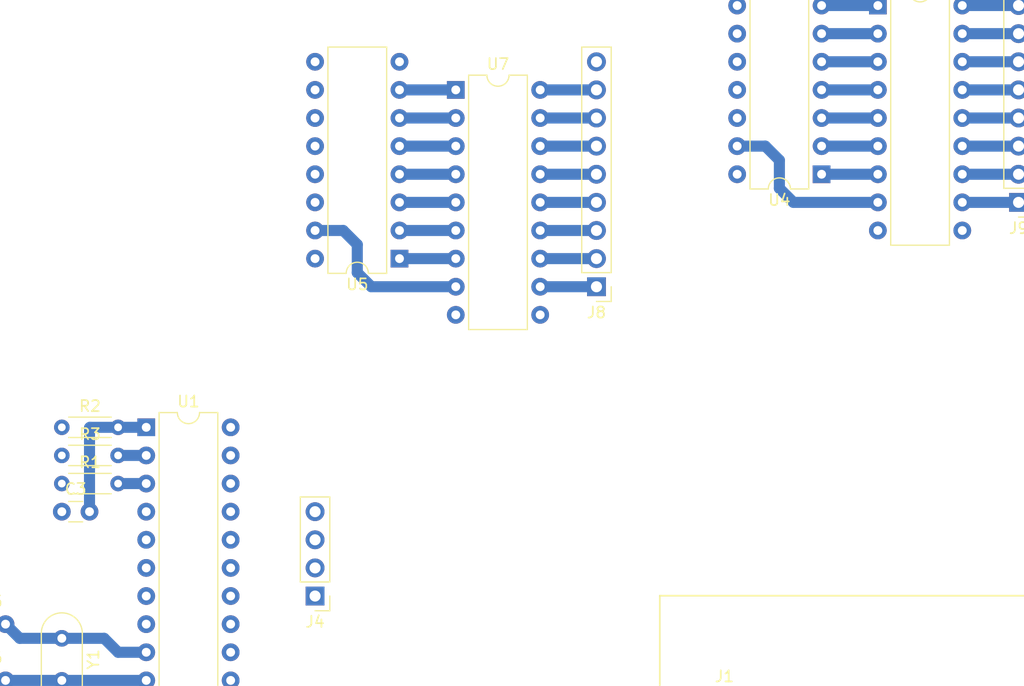
<source format=kicad_pcb>
(kicad_pcb (version 20171130) (host pcbnew 5.0.2-bee76a0~70~ubuntu16.04.1)

  (general
    (thickness 1.6)
    (drawings 0)
    (tracks 53)
    (zones 0)
    (modules 31)
    (nets 63)
  )

  (page A4)
  (layers
    (0 F.Cu signal hide)
    (31 B.Cu signal)
    (32 B.Adhes user)
    (33 F.Adhes user)
    (34 B.Paste user)
    (35 F.Paste user)
    (36 B.SilkS user)
    (37 F.SilkS user)
    (38 B.Mask user)
    (39 F.Mask user)
    (40 Dwgs.User user)
    (41 Cmts.User user)
    (42 Eco1.User user)
    (43 Eco2.User user)
    (44 Edge.Cuts user)
    (45 Margin user)
    (46 B.CrtYd user)
    (47 F.CrtYd user)
    (48 B.Fab user)
    (49 F.Fab user)
  )

  (setup
    (last_trace_width 1)
    (trace_clearance 0.5)
    (zone_clearance 0.508)
    (zone_45_only no)
    (trace_min 0.2)
    (segment_width 0.2)
    (edge_width 0.15)
    (via_size 0.8)
    (via_drill 0.4)
    (via_min_size 0.4)
    (via_min_drill 0.3)
    (uvia_size 0.3)
    (uvia_drill 0.1)
    (uvias_allowed no)
    (uvia_min_size 0.2)
    (uvia_min_drill 0.1)
    (pcb_text_width 0.3)
    (pcb_text_size 1.5 1.5)
    (mod_edge_width 0.15)
    (mod_text_size 1 1)
    (mod_text_width 0.15)
    (pad_size 1.524 1.524)
    (pad_drill 0.762)
    (pad_to_mask_clearance 0.051)
    (solder_mask_min_width 0.25)
    (aux_axis_origin 0 0)
    (visible_elements FFFFFF7F)
    (pcbplotparams
      (layerselection 0x010fc_ffffffff)
      (usegerberextensions false)
      (usegerberattributes false)
      (usegerberadvancedattributes false)
      (creategerberjobfile false)
      (excludeedgelayer true)
      (linewidth 0.100000)
      (plotframeref false)
      (viasonmask false)
      (mode 1)
      (useauxorigin false)
      (hpglpennumber 1)
      (hpglpenspeed 20)
      (hpglpendiameter 15.000000)
      (psnegative false)
      (psa4output false)
      (plotreference true)
      (plotvalue true)
      (plotinvisibletext false)
      (padsonsilk false)
      (subtractmaskfromsilk false)
      (outputformat 1)
      (mirror false)
      (drillshape 1)
      (scaleselection 1)
      (outputdirectory ""))
  )

  (net 0 "")
  (net 1 GNDD)
  (net 2 +5V)
  (net 3 RESET)
  (net 4 "Net-(C3-Pad2)")
  (net 5 "Net-(C5-Pad2)")
  (net 6 "Net-(C6-Pad2)")
  (net 7 GNDA)
  (net 8 VCC)
  (net 9 MOSI)
  (net 10 SCK)
  (net 11 SS)
  (net 12 MISO)
  (net 13 /3v3)
  (net 14 TX)
  (net 15 RX)
  (net 16 ENCODER_B)
  (net 17 ENCODER_A)
  (net 18 ENCODER_BUTTON)
  (net 19 "Net-(J5-Pad2)")
  (net 20 "Net-(J5-Pad1)")
  (net 21 +9V)
  (net 22 SERVO_SLIDER)
  (net 23 "Net-(J8-Pad1)")
  (net 24 "Net-(J8-Pad2)")
  (net 25 "Net-(J8-Pad3)")
  (net 26 "Net-(J8-Pad4)")
  (net 27 "Net-(J8-Pad5)")
  (net 28 "Net-(J8-Pad6)")
  (net 29 "Net-(J8-Pad7)")
  (net 30 "Net-(J8-Pad8)")
  (net 31 "Net-(J9-Pad8)")
  (net 32 "Net-(J9-Pad7)")
  (net 33 "Net-(J9-Pad6)")
  (net 34 "Net-(J9-Pad5)")
  (net 35 "Net-(J9-Pad4)")
  (net 36 "Net-(J9-Pad3)")
  (net 37 "Net-(J9-Pad2)")
  (net 38 "Net-(J9-Pad1)")
  (net 39 "Net-(R1-Pad2)")
  (net 40 "Net-(R3-Pad2)")
  (net 41 SRDATA)
  (net 42 SRCLOCK)
  (net 43 SRLATCH)
  (net 44 MOTOR_1)
  (net 45 MOTOR_2)
  (net 46 "Net-(U4-Pad1)")
  (net 47 "Net-(U4-Pad9)")
  (net 48 "Net-(U4-Pad2)")
  (net 49 "Net-(U4-Pad3)")
  (net 50 "Net-(U4-Pad4)")
  (net 51 "Net-(U4-Pad5)")
  (net 52 "Net-(U4-Pad6)")
  (net 53 "Net-(U4-Pad7)")
  (net 54 "Net-(U4-Pad15)")
  (net 55 "Net-(U5-Pad15)")
  (net 56 "Net-(U5-Pad7)")
  (net 57 "Net-(U5-Pad6)")
  (net 58 "Net-(U5-Pad5)")
  (net 59 "Net-(U5-Pad4)")
  (net 60 "Net-(U5-Pad3)")
  (net 61 "Net-(U5-Pad2)")
  (net 62 "Net-(U5-Pad1)")

  (net_class Default "This is the default net class."
    (clearance 0.5)
    (trace_width 1)
    (via_dia 0.8)
    (via_drill 0.4)
    (uvia_dia 0.3)
    (uvia_drill 0.1)
    (add_net +5V)
    (add_net +9V)
    (add_net /3v3)
    (add_net ENCODER_A)
    (add_net ENCODER_B)
    (add_net ENCODER_BUTTON)
    (add_net GNDA)
    (add_net GNDD)
    (add_net MISO)
    (add_net MOSI)
    (add_net MOTOR_1)
    (add_net MOTOR_2)
    (add_net "Net-(C3-Pad2)")
    (add_net "Net-(C5-Pad2)")
    (add_net "Net-(C6-Pad2)")
    (add_net "Net-(J5-Pad1)")
    (add_net "Net-(J5-Pad2)")
    (add_net "Net-(J8-Pad1)")
    (add_net "Net-(J8-Pad2)")
    (add_net "Net-(J8-Pad3)")
    (add_net "Net-(J8-Pad4)")
    (add_net "Net-(J8-Pad5)")
    (add_net "Net-(J8-Pad6)")
    (add_net "Net-(J8-Pad7)")
    (add_net "Net-(J8-Pad8)")
    (add_net "Net-(J9-Pad1)")
    (add_net "Net-(J9-Pad2)")
    (add_net "Net-(J9-Pad3)")
    (add_net "Net-(J9-Pad4)")
    (add_net "Net-(J9-Pad5)")
    (add_net "Net-(J9-Pad6)")
    (add_net "Net-(J9-Pad7)")
    (add_net "Net-(J9-Pad8)")
    (add_net "Net-(R1-Pad2)")
    (add_net "Net-(R3-Pad2)")
    (add_net "Net-(U4-Pad1)")
    (add_net "Net-(U4-Pad15)")
    (add_net "Net-(U4-Pad2)")
    (add_net "Net-(U4-Pad3)")
    (add_net "Net-(U4-Pad4)")
    (add_net "Net-(U4-Pad5)")
    (add_net "Net-(U4-Pad6)")
    (add_net "Net-(U4-Pad7)")
    (add_net "Net-(U4-Pad9)")
    (add_net "Net-(U5-Pad1)")
    (add_net "Net-(U5-Pad15)")
    (add_net "Net-(U5-Pad2)")
    (add_net "Net-(U5-Pad3)")
    (add_net "Net-(U5-Pad4)")
    (add_net "Net-(U5-Pad5)")
    (add_net "Net-(U5-Pad6)")
    (add_net "Net-(U5-Pad7)")
    (add_net RESET)
    (add_net RX)
    (add_net SCK)
    (add_net SERVO_SLIDER)
    (add_net SRCLOCK)
    (add_net SRDATA)
    (add_net SRLATCH)
    (add_net SS)
    (add_net TX)
    (add_net VCC)
  )

  (module Capacitor_THT:C_Disc_D3.0mm_W1.6mm_P2.50mm (layer F.Cu) (tedit 5AE50EF0) (tstamp 5CD1AC21)
    (at 259.275001 57.535001)
    (descr "C, Disc series, Radial, pin pitch=2.50mm, , diameter*width=3.0*1.6mm^2, Capacitor, http://www.vishay.com/docs/45233/krseries.pdf")
    (tags "C Disc series Radial pin pitch 2.50mm  diameter 3.0mm width 1.6mm Capacitor")
    (path /5CD25D56)
    (fp_text reference C1 (at 1.25 -2.05) (layer F.SilkS)
      (effects (font (size 1 1) (thickness 0.15)))
    )
    (fp_text value 100nF (at 1.25 2.05) (layer F.Fab)
      (effects (font (size 1 1) (thickness 0.15)))
    )
    (fp_line (start -0.25 -0.8) (end -0.25 0.8) (layer F.Fab) (width 0.1))
    (fp_line (start -0.25 0.8) (end 2.75 0.8) (layer F.Fab) (width 0.1))
    (fp_line (start 2.75 0.8) (end 2.75 -0.8) (layer F.Fab) (width 0.1))
    (fp_line (start 2.75 -0.8) (end -0.25 -0.8) (layer F.Fab) (width 0.1))
    (fp_line (start 0.621 -0.92) (end 1.879 -0.92) (layer F.SilkS) (width 0.12))
    (fp_line (start 0.621 0.92) (end 1.879 0.92) (layer F.SilkS) (width 0.12))
    (fp_line (start -1.05 -1.05) (end -1.05 1.05) (layer F.CrtYd) (width 0.05))
    (fp_line (start -1.05 1.05) (end 3.55 1.05) (layer F.CrtYd) (width 0.05))
    (fp_line (start 3.55 1.05) (end 3.55 -1.05) (layer F.CrtYd) (width 0.05))
    (fp_line (start 3.55 -1.05) (end -1.05 -1.05) (layer F.CrtYd) (width 0.05))
    (fp_text user %R (at 1.25 0) (layer F.Fab)
      (effects (font (size 0.6 0.6) (thickness 0.09)))
    )
    (pad 1 thru_hole circle (at 0 0) (size 1.6 1.6) (drill 0.8) (layers *.Cu *.Mask)
      (net 1 GNDD))
    (pad 2 thru_hole circle (at 2.5 0) (size 1.6 1.6) (drill 0.8) (layers *.Cu *.Mask)
      (net 2 +5V))
    (model ${KISYS3DMOD}/Capacitor_THT.3dshapes/C_Disc_D3.0mm_W1.6mm_P2.50mm.wrl
      (at (xyz 0 0 0))
      (scale (xyz 1 1 1))
      (rotate (xyz 0 0 0))
    )
  )

  (module Capacitor_THT:C_Disc_D3.0mm_W1.6mm_P2.50mm (layer F.Cu) (tedit 5AE50EF0) (tstamp 5CD1AC32)
    (at 222.825001 72.885001)
    (descr "C, Disc series, Radial, pin pitch=2.50mm, , diameter*width=3.0*1.6mm^2, Capacitor, http://www.vishay.com/docs/45233/krseries.pdf")
    (tags "C Disc series Radial pin pitch 2.50mm  diameter 3.0mm width 1.6mm Capacitor")
    (path /5CD91735)
    (fp_text reference C2 (at 1.25 -2.05) (layer F.SilkS)
      (effects (font (size 1 1) (thickness 0.15)))
    )
    (fp_text value 100nF (at 1.25 2.05) (layer F.Fab)
      (effects (font (size 1 1) (thickness 0.15)))
    )
    (fp_text user %R (at 1.25 0) (layer F.Fab)
      (effects (font (size 0.6 0.6) (thickness 0.09)))
    )
    (fp_line (start 3.55 -1.05) (end -1.05 -1.05) (layer F.CrtYd) (width 0.05))
    (fp_line (start 3.55 1.05) (end 3.55 -1.05) (layer F.CrtYd) (width 0.05))
    (fp_line (start -1.05 1.05) (end 3.55 1.05) (layer F.CrtYd) (width 0.05))
    (fp_line (start -1.05 -1.05) (end -1.05 1.05) (layer F.CrtYd) (width 0.05))
    (fp_line (start 0.621 0.92) (end 1.879 0.92) (layer F.SilkS) (width 0.12))
    (fp_line (start 0.621 -0.92) (end 1.879 -0.92) (layer F.SilkS) (width 0.12))
    (fp_line (start 2.75 -0.8) (end -0.25 -0.8) (layer F.Fab) (width 0.1))
    (fp_line (start 2.75 0.8) (end 2.75 -0.8) (layer F.Fab) (width 0.1))
    (fp_line (start -0.25 0.8) (end 2.75 0.8) (layer F.Fab) (width 0.1))
    (fp_line (start -0.25 -0.8) (end -0.25 0.8) (layer F.Fab) (width 0.1))
    (pad 2 thru_hole circle (at 2.5 0) (size 1.6 1.6) (drill 0.8) (layers *.Cu *.Mask)
      (net 2 +5V))
    (pad 1 thru_hole circle (at 0 0) (size 1.6 1.6) (drill 0.8) (layers *.Cu *.Mask)
      (net 1 GNDD))
    (model ${KISYS3DMOD}/Capacitor_THT.3dshapes/C_Disc_D3.0mm_W1.6mm_P2.50mm.wrl
      (at (xyz 0 0 0))
      (scale (xyz 1 1 1))
      (rotate (xyz 0 0 0))
    )
  )

  (module Capacitor_THT:C_Disc_D3.0mm_W1.6mm_P2.50mm (layer F.Cu) (tedit 5AE50EF0) (tstamp 5CD1DAF4)
    (at 106.68 66.04)
    (descr "C, Disc series, Radial, pin pitch=2.50mm, , diameter*width=3.0*1.6mm^2, Capacitor, http://www.vishay.com/docs/45233/krseries.pdf")
    (tags "C Disc series Radial pin pitch 2.50mm  diameter 3.0mm width 1.6mm Capacitor")
    (path /5CD3F935)
    (fp_text reference C3 (at 1.25 -2.05) (layer F.SilkS)
      (effects (font (size 1 1) (thickness 0.15)))
    )
    (fp_text value 100nF (at 1.25 2.05) (layer F.Fab)
      (effects (font (size 1 1) (thickness 0.15)))
    )
    (fp_line (start -0.25 -0.8) (end -0.25 0.8) (layer F.Fab) (width 0.1))
    (fp_line (start -0.25 0.8) (end 2.75 0.8) (layer F.Fab) (width 0.1))
    (fp_line (start 2.75 0.8) (end 2.75 -0.8) (layer F.Fab) (width 0.1))
    (fp_line (start 2.75 -0.8) (end -0.25 -0.8) (layer F.Fab) (width 0.1))
    (fp_line (start 0.621 -0.92) (end 1.879 -0.92) (layer F.SilkS) (width 0.12))
    (fp_line (start 0.621 0.92) (end 1.879 0.92) (layer F.SilkS) (width 0.12))
    (fp_line (start -1.05 -1.05) (end -1.05 1.05) (layer F.CrtYd) (width 0.05))
    (fp_line (start -1.05 1.05) (end 3.55 1.05) (layer F.CrtYd) (width 0.05))
    (fp_line (start 3.55 1.05) (end 3.55 -1.05) (layer F.CrtYd) (width 0.05))
    (fp_line (start 3.55 -1.05) (end -1.05 -1.05) (layer F.CrtYd) (width 0.05))
    (fp_text user %R (at 1.25 0) (layer F.Fab)
      (effects (font (size 0.6 0.6) (thickness 0.09)))
    )
    (pad 1 thru_hole circle (at 0 0) (size 1.6 1.6) (drill 0.8) (layers *.Cu *.Mask)
      (net 3 RESET))
    (pad 2 thru_hole circle (at 2.5 0) (size 1.6 1.6) (drill 0.8) (layers *.Cu *.Mask)
      (net 4 "Net-(C3-Pad2)"))
    (model ${KISYS3DMOD}/Capacitor_THT.3dshapes/C_Disc_D3.0mm_W1.6mm_P2.50mm.wrl
      (at (xyz 0 0 0))
      (scale (xyz 1 1 1))
      (rotate (xyz 0 0 0))
    )
  )

  (module Capacitor_THT:CP_Radial_D8.0mm_P5.00mm (layer F.Cu) (tedit 5AE50EF0) (tstamp 5CD1ACEC)
    (at 241.38 30.48)
    (descr "CP, Radial series, Radial, pin pitch=5.00mm, , diameter=8mm, Electrolytic Capacitor")
    (tags "CP Radial series Radial pin pitch 5.00mm  diameter 8mm Electrolytic Capacitor")
    (path /5CD3C177)
    (fp_text reference C4 (at 2.5 -5.25) (layer F.SilkS)
      (effects (font (size 1 1) (thickness 0.15)))
    )
    (fp_text value 100uF (at 2.5 5.25) (layer F.Fab)
      (effects (font (size 1 1) (thickness 0.15)))
    )
    (fp_circle (center 2.5 0) (end 6.5 0) (layer F.Fab) (width 0.1))
    (fp_circle (center 2.5 0) (end 6.62 0) (layer F.SilkS) (width 0.12))
    (fp_circle (center 2.5 0) (end 6.75 0) (layer F.CrtYd) (width 0.05))
    (fp_line (start -0.926759 -1.7475) (end -0.126759 -1.7475) (layer F.Fab) (width 0.1))
    (fp_line (start -0.526759 -2.1475) (end -0.526759 -1.3475) (layer F.Fab) (width 0.1))
    (fp_line (start 2.5 -4.08) (end 2.5 4.08) (layer F.SilkS) (width 0.12))
    (fp_line (start 2.54 -4.08) (end 2.54 4.08) (layer F.SilkS) (width 0.12))
    (fp_line (start 2.58 -4.08) (end 2.58 4.08) (layer F.SilkS) (width 0.12))
    (fp_line (start 2.62 -4.079) (end 2.62 4.079) (layer F.SilkS) (width 0.12))
    (fp_line (start 2.66 -4.077) (end 2.66 4.077) (layer F.SilkS) (width 0.12))
    (fp_line (start 2.7 -4.076) (end 2.7 4.076) (layer F.SilkS) (width 0.12))
    (fp_line (start 2.74 -4.074) (end 2.74 4.074) (layer F.SilkS) (width 0.12))
    (fp_line (start 2.78 -4.071) (end 2.78 4.071) (layer F.SilkS) (width 0.12))
    (fp_line (start 2.82 -4.068) (end 2.82 4.068) (layer F.SilkS) (width 0.12))
    (fp_line (start 2.86 -4.065) (end 2.86 4.065) (layer F.SilkS) (width 0.12))
    (fp_line (start 2.9 -4.061) (end 2.9 4.061) (layer F.SilkS) (width 0.12))
    (fp_line (start 2.94 -4.057) (end 2.94 4.057) (layer F.SilkS) (width 0.12))
    (fp_line (start 2.98 -4.052) (end 2.98 4.052) (layer F.SilkS) (width 0.12))
    (fp_line (start 3.02 -4.048) (end 3.02 4.048) (layer F.SilkS) (width 0.12))
    (fp_line (start 3.06 -4.042) (end 3.06 4.042) (layer F.SilkS) (width 0.12))
    (fp_line (start 3.1 -4.037) (end 3.1 4.037) (layer F.SilkS) (width 0.12))
    (fp_line (start 3.14 -4.03) (end 3.14 4.03) (layer F.SilkS) (width 0.12))
    (fp_line (start 3.18 -4.024) (end 3.18 4.024) (layer F.SilkS) (width 0.12))
    (fp_line (start 3.221 -4.017) (end 3.221 4.017) (layer F.SilkS) (width 0.12))
    (fp_line (start 3.261 -4.01) (end 3.261 4.01) (layer F.SilkS) (width 0.12))
    (fp_line (start 3.301 -4.002) (end 3.301 4.002) (layer F.SilkS) (width 0.12))
    (fp_line (start 3.341 -3.994) (end 3.341 3.994) (layer F.SilkS) (width 0.12))
    (fp_line (start 3.381 -3.985) (end 3.381 3.985) (layer F.SilkS) (width 0.12))
    (fp_line (start 3.421 -3.976) (end 3.421 3.976) (layer F.SilkS) (width 0.12))
    (fp_line (start 3.461 -3.967) (end 3.461 3.967) (layer F.SilkS) (width 0.12))
    (fp_line (start 3.501 -3.957) (end 3.501 3.957) (layer F.SilkS) (width 0.12))
    (fp_line (start 3.541 -3.947) (end 3.541 3.947) (layer F.SilkS) (width 0.12))
    (fp_line (start 3.581 -3.936) (end 3.581 3.936) (layer F.SilkS) (width 0.12))
    (fp_line (start 3.621 -3.925) (end 3.621 3.925) (layer F.SilkS) (width 0.12))
    (fp_line (start 3.661 -3.914) (end 3.661 3.914) (layer F.SilkS) (width 0.12))
    (fp_line (start 3.701 -3.902) (end 3.701 3.902) (layer F.SilkS) (width 0.12))
    (fp_line (start 3.741 -3.889) (end 3.741 3.889) (layer F.SilkS) (width 0.12))
    (fp_line (start 3.781 -3.877) (end 3.781 3.877) (layer F.SilkS) (width 0.12))
    (fp_line (start 3.821 -3.863) (end 3.821 3.863) (layer F.SilkS) (width 0.12))
    (fp_line (start 3.861 -3.85) (end 3.861 3.85) (layer F.SilkS) (width 0.12))
    (fp_line (start 3.901 -3.835) (end 3.901 3.835) (layer F.SilkS) (width 0.12))
    (fp_line (start 3.941 -3.821) (end 3.941 3.821) (layer F.SilkS) (width 0.12))
    (fp_line (start 3.981 -3.805) (end 3.981 -1.04) (layer F.SilkS) (width 0.12))
    (fp_line (start 3.981 1.04) (end 3.981 3.805) (layer F.SilkS) (width 0.12))
    (fp_line (start 4.021 -3.79) (end 4.021 -1.04) (layer F.SilkS) (width 0.12))
    (fp_line (start 4.021 1.04) (end 4.021 3.79) (layer F.SilkS) (width 0.12))
    (fp_line (start 4.061 -3.774) (end 4.061 -1.04) (layer F.SilkS) (width 0.12))
    (fp_line (start 4.061 1.04) (end 4.061 3.774) (layer F.SilkS) (width 0.12))
    (fp_line (start 4.101 -3.757) (end 4.101 -1.04) (layer F.SilkS) (width 0.12))
    (fp_line (start 4.101 1.04) (end 4.101 3.757) (layer F.SilkS) (width 0.12))
    (fp_line (start 4.141 -3.74) (end 4.141 -1.04) (layer F.SilkS) (width 0.12))
    (fp_line (start 4.141 1.04) (end 4.141 3.74) (layer F.SilkS) (width 0.12))
    (fp_line (start 4.181 -3.722) (end 4.181 -1.04) (layer F.SilkS) (width 0.12))
    (fp_line (start 4.181 1.04) (end 4.181 3.722) (layer F.SilkS) (width 0.12))
    (fp_line (start 4.221 -3.704) (end 4.221 -1.04) (layer F.SilkS) (width 0.12))
    (fp_line (start 4.221 1.04) (end 4.221 3.704) (layer F.SilkS) (width 0.12))
    (fp_line (start 4.261 -3.686) (end 4.261 -1.04) (layer F.SilkS) (width 0.12))
    (fp_line (start 4.261 1.04) (end 4.261 3.686) (layer F.SilkS) (width 0.12))
    (fp_line (start 4.301 -3.666) (end 4.301 -1.04) (layer F.SilkS) (width 0.12))
    (fp_line (start 4.301 1.04) (end 4.301 3.666) (layer F.SilkS) (width 0.12))
    (fp_line (start 4.341 -3.647) (end 4.341 -1.04) (layer F.SilkS) (width 0.12))
    (fp_line (start 4.341 1.04) (end 4.341 3.647) (layer F.SilkS) (width 0.12))
    (fp_line (start 4.381 -3.627) (end 4.381 -1.04) (layer F.SilkS) (width 0.12))
    (fp_line (start 4.381 1.04) (end 4.381 3.627) (layer F.SilkS) (width 0.12))
    (fp_line (start 4.421 -3.606) (end 4.421 -1.04) (layer F.SilkS) (width 0.12))
    (fp_line (start 4.421 1.04) (end 4.421 3.606) (layer F.SilkS) (width 0.12))
    (fp_line (start 4.461 -3.584) (end 4.461 -1.04) (layer F.SilkS) (width 0.12))
    (fp_line (start 4.461 1.04) (end 4.461 3.584) (layer F.SilkS) (width 0.12))
    (fp_line (start 4.501 -3.562) (end 4.501 -1.04) (layer F.SilkS) (width 0.12))
    (fp_line (start 4.501 1.04) (end 4.501 3.562) (layer F.SilkS) (width 0.12))
    (fp_line (start 4.541 -3.54) (end 4.541 -1.04) (layer F.SilkS) (width 0.12))
    (fp_line (start 4.541 1.04) (end 4.541 3.54) (layer F.SilkS) (width 0.12))
    (fp_line (start 4.581 -3.517) (end 4.581 -1.04) (layer F.SilkS) (width 0.12))
    (fp_line (start 4.581 1.04) (end 4.581 3.517) (layer F.SilkS) (width 0.12))
    (fp_line (start 4.621 -3.493) (end 4.621 -1.04) (layer F.SilkS) (width 0.12))
    (fp_line (start 4.621 1.04) (end 4.621 3.493) (layer F.SilkS) (width 0.12))
    (fp_line (start 4.661 -3.469) (end 4.661 -1.04) (layer F.SilkS) (width 0.12))
    (fp_line (start 4.661 1.04) (end 4.661 3.469) (layer F.SilkS) (width 0.12))
    (fp_line (start 4.701 -3.444) (end 4.701 -1.04) (layer F.SilkS) (width 0.12))
    (fp_line (start 4.701 1.04) (end 4.701 3.444) (layer F.SilkS) (width 0.12))
    (fp_line (start 4.741 -3.418) (end 4.741 -1.04) (layer F.SilkS) (width 0.12))
    (fp_line (start 4.741 1.04) (end 4.741 3.418) (layer F.SilkS) (width 0.12))
    (fp_line (start 4.781 -3.392) (end 4.781 -1.04) (layer F.SilkS) (width 0.12))
    (fp_line (start 4.781 1.04) (end 4.781 3.392) (layer F.SilkS) (width 0.12))
    (fp_line (start 4.821 -3.365) (end 4.821 -1.04) (layer F.SilkS) (width 0.12))
    (fp_line (start 4.821 1.04) (end 4.821 3.365) (layer F.SilkS) (width 0.12))
    (fp_line (start 4.861 -3.338) (end 4.861 -1.04) (layer F.SilkS) (width 0.12))
    (fp_line (start 4.861 1.04) (end 4.861 3.338) (layer F.SilkS) (width 0.12))
    (fp_line (start 4.901 -3.309) (end 4.901 -1.04) (layer F.SilkS) (width 0.12))
    (fp_line (start 4.901 1.04) (end 4.901 3.309) (layer F.SilkS) (width 0.12))
    (fp_line (start 4.941 -3.28) (end 4.941 -1.04) (layer F.SilkS) (width 0.12))
    (fp_line (start 4.941 1.04) (end 4.941 3.28) (layer F.SilkS) (width 0.12))
    (fp_line (start 4.981 -3.25) (end 4.981 -1.04) (layer F.SilkS) (width 0.12))
    (fp_line (start 4.981 1.04) (end 4.981 3.25) (layer F.SilkS) (width 0.12))
    (fp_line (start 5.021 -3.22) (end 5.021 -1.04) (layer F.SilkS) (width 0.12))
    (fp_line (start 5.021 1.04) (end 5.021 3.22) (layer F.SilkS) (width 0.12))
    (fp_line (start 5.061 -3.189) (end 5.061 -1.04) (layer F.SilkS) (width 0.12))
    (fp_line (start 5.061 1.04) (end 5.061 3.189) (layer F.SilkS) (width 0.12))
    (fp_line (start 5.101 -3.156) (end 5.101 -1.04) (layer F.SilkS) (width 0.12))
    (fp_line (start 5.101 1.04) (end 5.101 3.156) (layer F.SilkS) (width 0.12))
    (fp_line (start 5.141 -3.124) (end 5.141 -1.04) (layer F.SilkS) (width 0.12))
    (fp_line (start 5.141 1.04) (end 5.141 3.124) (layer F.SilkS) (width 0.12))
    (fp_line (start 5.181 -3.09) (end 5.181 -1.04) (layer F.SilkS) (width 0.12))
    (fp_line (start 5.181 1.04) (end 5.181 3.09) (layer F.SilkS) (width 0.12))
    (fp_line (start 5.221 -3.055) (end 5.221 -1.04) (layer F.SilkS) (width 0.12))
    (fp_line (start 5.221 1.04) (end 5.221 3.055) (layer F.SilkS) (width 0.12))
    (fp_line (start 5.261 -3.019) (end 5.261 -1.04) (layer F.SilkS) (width 0.12))
    (fp_line (start 5.261 1.04) (end 5.261 3.019) (layer F.SilkS) (width 0.12))
    (fp_line (start 5.301 -2.983) (end 5.301 -1.04) (layer F.SilkS) (width 0.12))
    (fp_line (start 5.301 1.04) (end 5.301 2.983) (layer F.SilkS) (width 0.12))
    (fp_line (start 5.341 -2.945) (end 5.341 -1.04) (layer F.SilkS) (width 0.12))
    (fp_line (start 5.341 1.04) (end 5.341 2.945) (layer F.SilkS) (width 0.12))
    (fp_line (start 5.381 -2.907) (end 5.381 -1.04) (layer F.SilkS) (width 0.12))
    (fp_line (start 5.381 1.04) (end 5.381 2.907) (layer F.SilkS) (width 0.12))
    (fp_line (start 5.421 -2.867) (end 5.421 -1.04) (layer F.SilkS) (width 0.12))
    (fp_line (start 5.421 1.04) (end 5.421 2.867) (layer F.SilkS) (width 0.12))
    (fp_line (start 5.461 -2.826) (end 5.461 -1.04) (layer F.SilkS) (width 0.12))
    (fp_line (start 5.461 1.04) (end 5.461 2.826) (layer F.SilkS) (width 0.12))
    (fp_line (start 5.501 -2.784) (end 5.501 -1.04) (layer F.SilkS) (width 0.12))
    (fp_line (start 5.501 1.04) (end 5.501 2.784) (layer F.SilkS) (width 0.12))
    (fp_line (start 5.541 -2.741) (end 5.541 -1.04) (layer F.SilkS) (width 0.12))
    (fp_line (start 5.541 1.04) (end 5.541 2.741) (layer F.SilkS) (width 0.12))
    (fp_line (start 5.581 -2.697) (end 5.581 -1.04) (layer F.SilkS) (width 0.12))
    (fp_line (start 5.581 1.04) (end 5.581 2.697) (layer F.SilkS) (width 0.12))
    (fp_line (start 5.621 -2.651) (end 5.621 -1.04) (layer F.SilkS) (width 0.12))
    (fp_line (start 5.621 1.04) (end 5.621 2.651) (layer F.SilkS) (width 0.12))
    (fp_line (start 5.661 -2.604) (end 5.661 -1.04) (layer F.SilkS) (width 0.12))
    (fp_line (start 5.661 1.04) (end 5.661 2.604) (layer F.SilkS) (width 0.12))
    (fp_line (start 5.701 -2.556) (end 5.701 -1.04) (layer F.SilkS) (width 0.12))
    (fp_line (start 5.701 1.04) (end 5.701 2.556) (layer F.SilkS) (width 0.12))
    (fp_line (start 5.741 -2.505) (end 5.741 -1.04) (layer F.SilkS) (width 0.12))
    (fp_line (start 5.741 1.04) (end 5.741 2.505) (layer F.SilkS) (width 0.12))
    (fp_line (start 5.781 -2.454) (end 5.781 -1.04) (layer F.SilkS) (width 0.12))
    (fp_line (start 5.781 1.04) (end 5.781 2.454) (layer F.SilkS) (width 0.12))
    (fp_line (start 5.821 -2.4) (end 5.821 -1.04) (layer F.SilkS) (width 0.12))
    (fp_line (start 5.821 1.04) (end 5.821 2.4) (layer F.SilkS) (width 0.12))
    (fp_line (start 5.861 -2.345) (end 5.861 -1.04) (layer F.SilkS) (width 0.12))
    (fp_line (start 5.861 1.04) (end 5.861 2.345) (layer F.SilkS) (width 0.12))
    (fp_line (start 5.901 -2.287) (end 5.901 -1.04) (layer F.SilkS) (width 0.12))
    (fp_line (start 5.901 1.04) (end 5.901 2.287) (layer F.SilkS) (width 0.12))
    (fp_line (start 5.941 -2.228) (end 5.941 -1.04) (layer F.SilkS) (width 0.12))
    (fp_line (start 5.941 1.04) (end 5.941 2.228) (layer F.SilkS) (width 0.12))
    (fp_line (start 5.981 -2.166) (end 5.981 -1.04) (layer F.SilkS) (width 0.12))
    (fp_line (start 5.981 1.04) (end 5.981 2.166) (layer F.SilkS) (width 0.12))
    (fp_line (start 6.021 -2.102) (end 6.021 -1.04) (layer F.SilkS) (width 0.12))
    (fp_line (start 6.021 1.04) (end 6.021 2.102) (layer F.SilkS) (width 0.12))
    (fp_line (start 6.061 -2.034) (end 6.061 2.034) (layer F.SilkS) (width 0.12))
    (fp_line (start 6.101 -1.964) (end 6.101 1.964) (layer F.SilkS) (width 0.12))
    (fp_line (start 6.141 -1.89) (end 6.141 1.89) (layer F.SilkS) (width 0.12))
    (fp_line (start 6.181 -1.813) (end 6.181 1.813) (layer F.SilkS) (width 0.12))
    (fp_line (start 6.221 -1.731) (end 6.221 1.731) (layer F.SilkS) (width 0.12))
    (fp_line (start 6.261 -1.645) (end 6.261 1.645) (layer F.SilkS) (width 0.12))
    (fp_line (start 6.301 -1.552) (end 6.301 1.552) (layer F.SilkS) (width 0.12))
    (fp_line (start 6.341 -1.453) (end 6.341 1.453) (layer F.SilkS) (width 0.12))
    (fp_line (start 6.381 -1.346) (end 6.381 1.346) (layer F.SilkS) (width 0.12))
    (fp_line (start 6.421 -1.229) (end 6.421 1.229) (layer F.SilkS) (width 0.12))
    (fp_line (start 6.461 -1.098) (end 6.461 1.098) (layer F.SilkS) (width 0.12))
    (fp_line (start 6.501 -0.948) (end 6.501 0.948) (layer F.SilkS) (width 0.12))
    (fp_line (start 6.541 -0.768) (end 6.541 0.768) (layer F.SilkS) (width 0.12))
    (fp_line (start 6.581 -0.533) (end 6.581 0.533) (layer F.SilkS) (width 0.12))
    (fp_line (start -1.909698 -2.315) (end -1.109698 -2.315) (layer F.SilkS) (width 0.12))
    (fp_line (start -1.509698 -2.715) (end -1.509698 -1.915) (layer F.SilkS) (width 0.12))
    (fp_text user %R (at 2.5 0) (layer F.Fab)
      (effects (font (size 1 1) (thickness 0.15)))
    )
    (pad 1 thru_hole rect (at 0 0) (size 1.6 1.6) (drill 0.8) (layers *.Cu *.Mask)
      (net 2 +5V))
    (pad 2 thru_hole circle (at 5 0) (size 1.6 1.6) (drill 0.8) (layers *.Cu *.Mask)
      (net 1 GNDD))
    (model ${KISYS3DMOD}/Capacitor_THT.3dshapes/CP_Radial_D8.0mm_P5.00mm.wrl
      (at (xyz 0 0 0))
      (scale (xyz 1 1 1))
      (rotate (xyz 0 0 0))
    )
  )

  (module Capacitor_THT:C_Disc_D3.0mm_W1.6mm_P2.50mm (layer F.Cu) (tedit 5AE50EF0) (tstamp 5CD1DE2A)
    (at 99.1 76.2)
    (descr "C, Disc series, Radial, pin pitch=2.50mm, , diameter*width=3.0*1.6mm^2, Capacitor, http://www.vishay.com/docs/45233/krseries.pdf")
    (tags "C Disc series Radial pin pitch 2.50mm  diameter 3.0mm width 1.6mm Capacitor")
    (path /5CD16AB1)
    (fp_text reference C5 (at 1.25 -2.05) (layer F.SilkS)
      (effects (font (size 1 1) (thickness 0.15)))
    )
    (fp_text value 22p (at 1.25 2.05) (layer F.Fab)
      (effects (font (size 1 1) (thickness 0.15)))
    )
    (fp_line (start -0.25 -0.8) (end -0.25 0.8) (layer F.Fab) (width 0.1))
    (fp_line (start -0.25 0.8) (end 2.75 0.8) (layer F.Fab) (width 0.1))
    (fp_line (start 2.75 0.8) (end 2.75 -0.8) (layer F.Fab) (width 0.1))
    (fp_line (start 2.75 -0.8) (end -0.25 -0.8) (layer F.Fab) (width 0.1))
    (fp_line (start 0.621 -0.92) (end 1.879 -0.92) (layer F.SilkS) (width 0.12))
    (fp_line (start 0.621 0.92) (end 1.879 0.92) (layer F.SilkS) (width 0.12))
    (fp_line (start -1.05 -1.05) (end -1.05 1.05) (layer F.CrtYd) (width 0.05))
    (fp_line (start -1.05 1.05) (end 3.55 1.05) (layer F.CrtYd) (width 0.05))
    (fp_line (start 3.55 1.05) (end 3.55 -1.05) (layer F.CrtYd) (width 0.05))
    (fp_line (start 3.55 -1.05) (end -1.05 -1.05) (layer F.CrtYd) (width 0.05))
    (fp_text user %R (at 1.25 0) (layer F.Fab)
      (effects (font (size 0.6 0.6) (thickness 0.09)))
    )
    (pad 1 thru_hole circle (at 0 0) (size 1.6 1.6) (drill 0.8) (layers *.Cu *.Mask)
      (net 1 GNDD))
    (pad 2 thru_hole circle (at 2.5 0) (size 1.6 1.6) (drill 0.8) (layers *.Cu *.Mask)
      (net 5 "Net-(C5-Pad2)"))
    (model ${KISYS3DMOD}/Capacitor_THT.3dshapes/C_Disc_D3.0mm_W1.6mm_P2.50mm.wrl
      (at (xyz 0 0 0))
      (scale (xyz 1 1 1))
      (rotate (xyz 0 0 0))
    )
  )

  (module Capacitor_THT:C_Disc_D3.0mm_W1.6mm_P2.50mm (layer F.Cu) (tedit 5AE50EF0) (tstamp 5CD1AD0E)
    (at 99.1 81.28)
    (descr "C, Disc series, Radial, pin pitch=2.50mm, , diameter*width=3.0*1.6mm^2, Capacitor, http://www.vishay.com/docs/45233/krseries.pdf")
    (tags "C Disc series Radial pin pitch 2.50mm  diameter 3.0mm width 1.6mm Capacitor")
    (path /5CD16B2E)
    (fp_text reference C6 (at 1.25 -2.05) (layer F.SilkS)
      (effects (font (size 1 1) (thickness 0.15)))
    )
    (fp_text value 22p (at 1.25 2.05) (layer F.Fab)
      (effects (font (size 1 1) (thickness 0.15)))
    )
    (fp_text user %R (at 1.25 0) (layer F.Fab)
      (effects (font (size 0.6 0.6) (thickness 0.09)))
    )
    (fp_line (start 3.55 -1.05) (end -1.05 -1.05) (layer F.CrtYd) (width 0.05))
    (fp_line (start 3.55 1.05) (end 3.55 -1.05) (layer F.CrtYd) (width 0.05))
    (fp_line (start -1.05 1.05) (end 3.55 1.05) (layer F.CrtYd) (width 0.05))
    (fp_line (start -1.05 -1.05) (end -1.05 1.05) (layer F.CrtYd) (width 0.05))
    (fp_line (start 0.621 0.92) (end 1.879 0.92) (layer F.SilkS) (width 0.12))
    (fp_line (start 0.621 -0.92) (end 1.879 -0.92) (layer F.SilkS) (width 0.12))
    (fp_line (start 2.75 -0.8) (end -0.25 -0.8) (layer F.Fab) (width 0.1))
    (fp_line (start 2.75 0.8) (end 2.75 -0.8) (layer F.Fab) (width 0.1))
    (fp_line (start -0.25 0.8) (end 2.75 0.8) (layer F.Fab) (width 0.1))
    (fp_line (start -0.25 -0.8) (end -0.25 0.8) (layer F.Fab) (width 0.1))
    (pad 2 thru_hole circle (at 2.5 0) (size 1.6 1.6) (drill 0.8) (layers *.Cu *.Mask)
      (net 6 "Net-(C6-Pad2)"))
    (pad 1 thru_hole circle (at 0 0) (size 1.6 1.6) (drill 0.8) (layers *.Cu *.Mask)
      (net 1 GNDD))
    (model ${KISYS3DMOD}/Capacitor_THT.3dshapes/C_Disc_D3.0mm_W1.6mm_P2.50mm.wrl
      (at (xyz 0 0 0))
      (scale (xyz 1 1 1))
      (rotate (xyz 0 0 0))
    )
  )

  (module Capacitor_THT:CP_Radial_D8.0mm_P5.00mm (layer F.Cu) (tedit 5AE50EF0) (tstamp 5CD1ADB7)
    (at 220.98 58.42)
    (descr "CP, Radial series, Radial, pin pitch=5.00mm, , diameter=8mm, Electrolytic Capacitor")
    (tags "CP Radial series Radial pin pitch 5.00mm  diameter 8mm Electrolytic Capacitor")
    (path /5CDA1999)
    (fp_text reference C7 (at 2.5 -5.25) (layer F.SilkS)
      (effects (font (size 1 1) (thickness 0.15)))
    )
    (fp_text value 470uF (at 2.5 5.25) (layer F.Fab)
      (effects (font (size 1 1) (thickness 0.15)))
    )
    (fp_text user %R (at 2.5 0) (layer F.Fab)
      (effects (font (size 1 1) (thickness 0.15)))
    )
    (fp_line (start -1.509698 -2.715) (end -1.509698 -1.915) (layer F.SilkS) (width 0.12))
    (fp_line (start -1.909698 -2.315) (end -1.109698 -2.315) (layer F.SilkS) (width 0.12))
    (fp_line (start 6.581 -0.533) (end 6.581 0.533) (layer F.SilkS) (width 0.12))
    (fp_line (start 6.541 -0.768) (end 6.541 0.768) (layer F.SilkS) (width 0.12))
    (fp_line (start 6.501 -0.948) (end 6.501 0.948) (layer F.SilkS) (width 0.12))
    (fp_line (start 6.461 -1.098) (end 6.461 1.098) (layer F.SilkS) (width 0.12))
    (fp_line (start 6.421 -1.229) (end 6.421 1.229) (layer F.SilkS) (width 0.12))
    (fp_line (start 6.381 -1.346) (end 6.381 1.346) (layer F.SilkS) (width 0.12))
    (fp_line (start 6.341 -1.453) (end 6.341 1.453) (layer F.SilkS) (width 0.12))
    (fp_line (start 6.301 -1.552) (end 6.301 1.552) (layer F.SilkS) (width 0.12))
    (fp_line (start 6.261 -1.645) (end 6.261 1.645) (layer F.SilkS) (width 0.12))
    (fp_line (start 6.221 -1.731) (end 6.221 1.731) (layer F.SilkS) (width 0.12))
    (fp_line (start 6.181 -1.813) (end 6.181 1.813) (layer F.SilkS) (width 0.12))
    (fp_line (start 6.141 -1.89) (end 6.141 1.89) (layer F.SilkS) (width 0.12))
    (fp_line (start 6.101 -1.964) (end 6.101 1.964) (layer F.SilkS) (width 0.12))
    (fp_line (start 6.061 -2.034) (end 6.061 2.034) (layer F.SilkS) (width 0.12))
    (fp_line (start 6.021 1.04) (end 6.021 2.102) (layer F.SilkS) (width 0.12))
    (fp_line (start 6.021 -2.102) (end 6.021 -1.04) (layer F.SilkS) (width 0.12))
    (fp_line (start 5.981 1.04) (end 5.981 2.166) (layer F.SilkS) (width 0.12))
    (fp_line (start 5.981 -2.166) (end 5.981 -1.04) (layer F.SilkS) (width 0.12))
    (fp_line (start 5.941 1.04) (end 5.941 2.228) (layer F.SilkS) (width 0.12))
    (fp_line (start 5.941 -2.228) (end 5.941 -1.04) (layer F.SilkS) (width 0.12))
    (fp_line (start 5.901 1.04) (end 5.901 2.287) (layer F.SilkS) (width 0.12))
    (fp_line (start 5.901 -2.287) (end 5.901 -1.04) (layer F.SilkS) (width 0.12))
    (fp_line (start 5.861 1.04) (end 5.861 2.345) (layer F.SilkS) (width 0.12))
    (fp_line (start 5.861 -2.345) (end 5.861 -1.04) (layer F.SilkS) (width 0.12))
    (fp_line (start 5.821 1.04) (end 5.821 2.4) (layer F.SilkS) (width 0.12))
    (fp_line (start 5.821 -2.4) (end 5.821 -1.04) (layer F.SilkS) (width 0.12))
    (fp_line (start 5.781 1.04) (end 5.781 2.454) (layer F.SilkS) (width 0.12))
    (fp_line (start 5.781 -2.454) (end 5.781 -1.04) (layer F.SilkS) (width 0.12))
    (fp_line (start 5.741 1.04) (end 5.741 2.505) (layer F.SilkS) (width 0.12))
    (fp_line (start 5.741 -2.505) (end 5.741 -1.04) (layer F.SilkS) (width 0.12))
    (fp_line (start 5.701 1.04) (end 5.701 2.556) (layer F.SilkS) (width 0.12))
    (fp_line (start 5.701 -2.556) (end 5.701 -1.04) (layer F.SilkS) (width 0.12))
    (fp_line (start 5.661 1.04) (end 5.661 2.604) (layer F.SilkS) (width 0.12))
    (fp_line (start 5.661 -2.604) (end 5.661 -1.04) (layer F.SilkS) (width 0.12))
    (fp_line (start 5.621 1.04) (end 5.621 2.651) (layer F.SilkS) (width 0.12))
    (fp_line (start 5.621 -2.651) (end 5.621 -1.04) (layer F.SilkS) (width 0.12))
    (fp_line (start 5.581 1.04) (end 5.581 2.697) (layer F.SilkS) (width 0.12))
    (fp_line (start 5.581 -2.697) (end 5.581 -1.04) (layer F.SilkS) (width 0.12))
    (fp_line (start 5.541 1.04) (end 5.541 2.741) (layer F.SilkS) (width 0.12))
    (fp_line (start 5.541 -2.741) (end 5.541 -1.04) (layer F.SilkS) (width 0.12))
    (fp_line (start 5.501 1.04) (end 5.501 2.784) (layer F.SilkS) (width 0.12))
    (fp_line (start 5.501 -2.784) (end 5.501 -1.04) (layer F.SilkS) (width 0.12))
    (fp_line (start 5.461 1.04) (end 5.461 2.826) (layer F.SilkS) (width 0.12))
    (fp_line (start 5.461 -2.826) (end 5.461 -1.04) (layer F.SilkS) (width 0.12))
    (fp_line (start 5.421 1.04) (end 5.421 2.867) (layer F.SilkS) (width 0.12))
    (fp_line (start 5.421 -2.867) (end 5.421 -1.04) (layer F.SilkS) (width 0.12))
    (fp_line (start 5.381 1.04) (end 5.381 2.907) (layer F.SilkS) (width 0.12))
    (fp_line (start 5.381 -2.907) (end 5.381 -1.04) (layer F.SilkS) (width 0.12))
    (fp_line (start 5.341 1.04) (end 5.341 2.945) (layer F.SilkS) (width 0.12))
    (fp_line (start 5.341 -2.945) (end 5.341 -1.04) (layer F.SilkS) (width 0.12))
    (fp_line (start 5.301 1.04) (end 5.301 2.983) (layer F.SilkS) (width 0.12))
    (fp_line (start 5.301 -2.983) (end 5.301 -1.04) (layer F.SilkS) (width 0.12))
    (fp_line (start 5.261 1.04) (end 5.261 3.019) (layer F.SilkS) (width 0.12))
    (fp_line (start 5.261 -3.019) (end 5.261 -1.04) (layer F.SilkS) (width 0.12))
    (fp_line (start 5.221 1.04) (end 5.221 3.055) (layer F.SilkS) (width 0.12))
    (fp_line (start 5.221 -3.055) (end 5.221 -1.04) (layer F.SilkS) (width 0.12))
    (fp_line (start 5.181 1.04) (end 5.181 3.09) (layer F.SilkS) (width 0.12))
    (fp_line (start 5.181 -3.09) (end 5.181 -1.04) (layer F.SilkS) (width 0.12))
    (fp_line (start 5.141 1.04) (end 5.141 3.124) (layer F.SilkS) (width 0.12))
    (fp_line (start 5.141 -3.124) (end 5.141 -1.04) (layer F.SilkS) (width 0.12))
    (fp_line (start 5.101 1.04) (end 5.101 3.156) (layer F.SilkS) (width 0.12))
    (fp_line (start 5.101 -3.156) (end 5.101 -1.04) (layer F.SilkS) (width 0.12))
    (fp_line (start 5.061 1.04) (end 5.061 3.189) (layer F.SilkS) (width 0.12))
    (fp_line (start 5.061 -3.189) (end 5.061 -1.04) (layer F.SilkS) (width 0.12))
    (fp_line (start 5.021 1.04) (end 5.021 3.22) (layer F.SilkS) (width 0.12))
    (fp_line (start 5.021 -3.22) (end 5.021 -1.04) (layer F.SilkS) (width 0.12))
    (fp_line (start 4.981 1.04) (end 4.981 3.25) (layer F.SilkS) (width 0.12))
    (fp_line (start 4.981 -3.25) (end 4.981 -1.04) (layer F.SilkS) (width 0.12))
    (fp_line (start 4.941 1.04) (end 4.941 3.28) (layer F.SilkS) (width 0.12))
    (fp_line (start 4.941 -3.28) (end 4.941 -1.04) (layer F.SilkS) (width 0.12))
    (fp_line (start 4.901 1.04) (end 4.901 3.309) (layer F.SilkS) (width 0.12))
    (fp_line (start 4.901 -3.309) (end 4.901 -1.04) (layer F.SilkS) (width 0.12))
    (fp_line (start 4.861 1.04) (end 4.861 3.338) (layer F.SilkS) (width 0.12))
    (fp_line (start 4.861 -3.338) (end 4.861 -1.04) (layer F.SilkS) (width 0.12))
    (fp_line (start 4.821 1.04) (end 4.821 3.365) (layer F.SilkS) (width 0.12))
    (fp_line (start 4.821 -3.365) (end 4.821 -1.04) (layer F.SilkS) (width 0.12))
    (fp_line (start 4.781 1.04) (end 4.781 3.392) (layer F.SilkS) (width 0.12))
    (fp_line (start 4.781 -3.392) (end 4.781 -1.04) (layer F.SilkS) (width 0.12))
    (fp_line (start 4.741 1.04) (end 4.741 3.418) (layer F.SilkS) (width 0.12))
    (fp_line (start 4.741 -3.418) (end 4.741 -1.04) (layer F.SilkS) (width 0.12))
    (fp_line (start 4.701 1.04) (end 4.701 3.444) (layer F.SilkS) (width 0.12))
    (fp_line (start 4.701 -3.444) (end 4.701 -1.04) (layer F.SilkS) (width 0.12))
    (fp_line (start 4.661 1.04) (end 4.661 3.469) (layer F.SilkS) (width 0.12))
    (fp_line (start 4.661 -3.469) (end 4.661 -1.04) (layer F.SilkS) (width 0.12))
    (fp_line (start 4.621 1.04) (end 4.621 3.493) (layer F.SilkS) (width 0.12))
    (fp_line (start 4.621 -3.493) (end 4.621 -1.04) (layer F.SilkS) (width 0.12))
    (fp_line (start 4.581 1.04) (end 4.581 3.517) (layer F.SilkS) (width 0.12))
    (fp_line (start 4.581 -3.517) (end 4.581 -1.04) (layer F.SilkS) (width 0.12))
    (fp_line (start 4.541 1.04) (end 4.541 3.54) (layer F.SilkS) (width 0.12))
    (fp_line (start 4.541 -3.54) (end 4.541 -1.04) (layer F.SilkS) (width 0.12))
    (fp_line (start 4.501 1.04) (end 4.501 3.562) (layer F.SilkS) (width 0.12))
    (fp_line (start 4.501 -3.562) (end 4.501 -1.04) (layer F.SilkS) (width 0.12))
    (fp_line (start 4.461 1.04) (end 4.461 3.584) (layer F.SilkS) (width 0.12))
    (fp_line (start 4.461 -3.584) (end 4.461 -1.04) (layer F.SilkS) (width 0.12))
    (fp_line (start 4.421 1.04) (end 4.421 3.606) (layer F.SilkS) (width 0.12))
    (fp_line (start 4.421 -3.606) (end 4.421 -1.04) (layer F.SilkS) (width 0.12))
    (fp_line (start 4.381 1.04) (end 4.381 3.627) (layer F.SilkS) (width 0.12))
    (fp_line (start 4.381 -3.627) (end 4.381 -1.04) (layer F.SilkS) (width 0.12))
    (fp_line (start 4.341 1.04) (end 4.341 3.647) (layer F.SilkS) (width 0.12))
    (fp_line (start 4.341 -3.647) (end 4.341 -1.04) (layer F.SilkS) (width 0.12))
    (fp_line (start 4.301 1.04) (end 4.301 3.666) (layer F.SilkS) (width 0.12))
    (fp_line (start 4.301 -3.666) (end 4.301 -1.04) (layer F.SilkS) (width 0.12))
    (fp_line (start 4.261 1.04) (end 4.261 3.686) (layer F.SilkS) (width 0.12))
    (fp_line (start 4.261 -3.686) (end 4.261 -1.04) (layer F.SilkS) (width 0.12))
    (fp_line (start 4.221 1.04) (end 4.221 3.704) (layer F.SilkS) (width 0.12))
    (fp_line (start 4.221 -3.704) (end 4.221 -1.04) (layer F.SilkS) (width 0.12))
    (fp_line (start 4.181 1.04) (end 4.181 3.722) (layer F.SilkS) (width 0.12))
    (fp_line (start 4.181 -3.722) (end 4.181 -1.04) (layer F.SilkS) (width 0.12))
    (fp_line (start 4.141 1.04) (end 4.141 3.74) (layer F.SilkS) (width 0.12))
    (fp_line (start 4.141 -3.74) (end 4.141 -1.04) (layer F.SilkS) (width 0.12))
    (fp_line (start 4.101 1.04) (end 4.101 3.757) (layer F.SilkS) (width 0.12))
    (fp_line (start 4.101 -3.757) (end 4.101 -1.04) (layer F.SilkS) (width 0.12))
    (fp_line (start 4.061 1.04) (end 4.061 3.774) (layer F.SilkS) (width 0.12))
    (fp_line (start 4.061 -3.774) (end 4.061 -1.04) (layer F.SilkS) (width 0.12))
    (fp_line (start 4.021 1.04) (end 4.021 3.79) (layer F.SilkS) (width 0.12))
    (fp_line (start 4.021 -3.79) (end 4.021 -1.04) (layer F.SilkS) (width 0.12))
    (fp_line (start 3.981 1.04) (end 3.981 3.805) (layer F.SilkS) (width 0.12))
    (fp_line (start 3.981 -3.805) (end 3.981 -1.04) (layer F.SilkS) (width 0.12))
    (fp_line (start 3.941 -3.821) (end 3.941 3.821) (layer F.SilkS) (width 0.12))
    (fp_line (start 3.901 -3.835) (end 3.901 3.835) (layer F.SilkS) (width 0.12))
    (fp_line (start 3.861 -3.85) (end 3.861 3.85) (layer F.SilkS) (width 0.12))
    (fp_line (start 3.821 -3.863) (end 3.821 3.863) (layer F.SilkS) (width 0.12))
    (fp_line (start 3.781 -3.877) (end 3.781 3.877) (layer F.SilkS) (width 0.12))
    (fp_line (start 3.741 -3.889) (end 3.741 3.889) (layer F.SilkS) (width 0.12))
    (fp_line (start 3.701 -3.902) (end 3.701 3.902) (layer F.SilkS) (width 0.12))
    (fp_line (start 3.661 -3.914) (end 3.661 3.914) (layer F.SilkS) (width 0.12))
    (fp_line (start 3.621 -3.925) (end 3.621 3.925) (layer F.SilkS) (width 0.12))
    (fp_line (start 3.581 -3.936) (end 3.581 3.936) (layer F.SilkS) (width 0.12))
    (fp_line (start 3.541 -3.947) (end 3.541 3.947) (layer F.SilkS) (width 0.12))
    (fp_line (start 3.501 -3.957) (end 3.501 3.957) (layer F.SilkS) (width 0.12))
    (fp_line (start 3.461 -3.967) (end 3.461 3.967) (layer F.SilkS) (width 0.12))
    (fp_line (start 3.421 -3.976) (end 3.421 3.976) (layer F.SilkS) (width 0.12))
    (fp_line (start 3.381 -3.985) (end 3.381 3.985) (layer F.SilkS) (width 0.12))
    (fp_line (start 3.341 -3.994) (end 3.341 3.994) (layer F.SilkS) (width 0.12))
    (fp_line (start 3.301 -4.002) (end 3.301 4.002) (layer F.SilkS) (width 0.12))
    (fp_line (start 3.261 -4.01) (end 3.261 4.01) (layer F.SilkS) (width 0.12))
    (fp_line (start 3.221 -4.017) (end 3.221 4.017) (layer F.SilkS) (width 0.12))
    (fp_line (start 3.18 -4.024) (end 3.18 4.024) (layer F.SilkS) (width 0.12))
    (fp_line (start 3.14 -4.03) (end 3.14 4.03) (layer F.SilkS) (width 0.12))
    (fp_line (start 3.1 -4.037) (end 3.1 4.037) (layer F.SilkS) (width 0.12))
    (fp_line (start 3.06 -4.042) (end 3.06 4.042) (layer F.SilkS) (width 0.12))
    (fp_line (start 3.02 -4.048) (end 3.02 4.048) (layer F.SilkS) (width 0.12))
    (fp_line (start 2.98 -4.052) (end 2.98 4.052) (layer F.SilkS) (width 0.12))
    (fp_line (start 2.94 -4.057) (end 2.94 4.057) (layer F.SilkS) (width 0.12))
    (fp_line (start 2.9 -4.061) (end 2.9 4.061) (layer F.SilkS) (width 0.12))
    (fp_line (start 2.86 -4.065) (end 2.86 4.065) (layer F.SilkS) (width 0.12))
    (fp_line (start 2.82 -4.068) (end 2.82 4.068) (layer F.SilkS) (width 0.12))
    (fp_line (start 2.78 -4.071) (end 2.78 4.071) (layer F.SilkS) (width 0.12))
    (fp_line (start 2.74 -4.074) (end 2.74 4.074) (layer F.SilkS) (width 0.12))
    (fp_line (start 2.7 -4.076) (end 2.7 4.076) (layer F.SilkS) (width 0.12))
    (fp_line (start 2.66 -4.077) (end 2.66 4.077) (layer F.SilkS) (width 0.12))
    (fp_line (start 2.62 -4.079) (end 2.62 4.079) (layer F.SilkS) (width 0.12))
    (fp_line (start 2.58 -4.08) (end 2.58 4.08) (layer F.SilkS) (width 0.12))
    (fp_line (start 2.54 -4.08) (end 2.54 4.08) (layer F.SilkS) (width 0.12))
    (fp_line (start 2.5 -4.08) (end 2.5 4.08) (layer F.SilkS) (width 0.12))
    (fp_line (start -0.526759 -2.1475) (end -0.526759 -1.3475) (layer F.Fab) (width 0.1))
    (fp_line (start -0.926759 -1.7475) (end -0.126759 -1.7475) (layer F.Fab) (width 0.1))
    (fp_circle (center 2.5 0) (end 6.75 0) (layer F.CrtYd) (width 0.05))
    (fp_circle (center 2.5 0) (end 6.62 0) (layer F.SilkS) (width 0.12))
    (fp_circle (center 2.5 0) (end 6.5 0) (layer F.Fab) (width 0.1))
    (pad 2 thru_hole circle (at 5 0) (size 1.6 1.6) (drill 0.8) (layers *.Cu *.Mask)
      (net 7 GNDA))
    (pad 1 thru_hole rect (at 0 0) (size 1.6 1.6) (drill 0.8) (layers *.Cu *.Mask)
      (net 8 VCC))
    (model ${KISYS3DMOD}/Capacitor_THT.3dshapes/CP_Radial_D8.0mm_P5.00mm.wrl
      (at (xyz 0 0 0))
      (scale (xyz 1 1 1))
      (rotate (xyz 0 0 0))
    )
  )

  (module Capacitor_THT:C_Disc_D3.0mm_W1.6mm_P2.50mm (layer F.Cu) (tedit 5AE50EF0) (tstamp 5CD1ADC8)
    (at 247.745001 66.085001)
    (descr "C, Disc series, Radial, pin pitch=2.50mm, , diameter*width=3.0*1.6mm^2, Capacitor, http://www.vishay.com/docs/45233/krseries.pdf")
    (tags "C Disc series Radial pin pitch 2.50mm  diameter 3.0mm width 1.6mm Capacitor")
    (path /5CD250AE)
    (fp_text reference C8 (at 1.25 -2.05) (layer F.SilkS)
      (effects (font (size 1 1) (thickness 0.15)))
    )
    (fp_text value 100nF (at 1.25 2.05) (layer F.Fab)
      (effects (font (size 1 1) (thickness 0.15)))
    )
    (fp_text user %R (at 1.25 0) (layer F.Fab)
      (effects (font (size 0.6 0.6) (thickness 0.09)))
    )
    (fp_line (start 3.55 -1.05) (end -1.05 -1.05) (layer F.CrtYd) (width 0.05))
    (fp_line (start 3.55 1.05) (end 3.55 -1.05) (layer F.CrtYd) (width 0.05))
    (fp_line (start -1.05 1.05) (end 3.55 1.05) (layer F.CrtYd) (width 0.05))
    (fp_line (start -1.05 -1.05) (end -1.05 1.05) (layer F.CrtYd) (width 0.05))
    (fp_line (start 0.621 0.92) (end 1.879 0.92) (layer F.SilkS) (width 0.12))
    (fp_line (start 0.621 -0.92) (end 1.879 -0.92) (layer F.SilkS) (width 0.12))
    (fp_line (start 2.75 -0.8) (end -0.25 -0.8) (layer F.Fab) (width 0.1))
    (fp_line (start 2.75 0.8) (end 2.75 -0.8) (layer F.Fab) (width 0.1))
    (fp_line (start -0.25 0.8) (end 2.75 0.8) (layer F.Fab) (width 0.1))
    (fp_line (start -0.25 -0.8) (end -0.25 0.8) (layer F.Fab) (width 0.1))
    (pad 2 thru_hole circle (at 2.5 0) (size 1.6 1.6) (drill 0.8) (layers *.Cu *.Mask)
      (net 2 +5V))
    (pad 1 thru_hole circle (at 0 0) (size 1.6 1.6) (drill 0.8) (layers *.Cu *.Mask)
      (net 1 GNDD))
    (model ${KISYS3DMOD}/Capacitor_THT.3dshapes/C_Disc_D3.0mm_W1.6mm_P2.50mm.wrl
      (at (xyz 0 0 0))
      (scale (xyz 1 1 1))
      (rotate (xyz 0 0 0))
    )
  )

  (module Capacitor_THT:C_Disc_D3.0mm_W1.6mm_P2.50mm (layer F.Cu) (tedit 5AE50EF0) (tstamp 5CD1ADD9)
    (at 242.235001 70.875001)
    (descr "C, Disc series, Radial, pin pitch=2.50mm, , diameter*width=3.0*1.6mm^2, Capacitor, http://www.vishay.com/docs/45233/krseries.pdf")
    (tags "C Disc series Radial pin pitch 2.50mm  diameter 3.0mm width 1.6mm Capacitor")
    (path /5CD239F2)
    (fp_text reference C9 (at 1.25 -2.05) (layer F.SilkS)
      (effects (font (size 1 1) (thickness 0.15)))
    )
    (fp_text value 100nF (at 1.25 2.05) (layer F.Fab)
      (effects (font (size 1 1) (thickness 0.15)))
    )
    (fp_line (start -0.25 -0.8) (end -0.25 0.8) (layer F.Fab) (width 0.1))
    (fp_line (start -0.25 0.8) (end 2.75 0.8) (layer F.Fab) (width 0.1))
    (fp_line (start 2.75 0.8) (end 2.75 -0.8) (layer F.Fab) (width 0.1))
    (fp_line (start 2.75 -0.8) (end -0.25 -0.8) (layer F.Fab) (width 0.1))
    (fp_line (start 0.621 -0.92) (end 1.879 -0.92) (layer F.SilkS) (width 0.12))
    (fp_line (start 0.621 0.92) (end 1.879 0.92) (layer F.SilkS) (width 0.12))
    (fp_line (start -1.05 -1.05) (end -1.05 1.05) (layer F.CrtYd) (width 0.05))
    (fp_line (start -1.05 1.05) (end 3.55 1.05) (layer F.CrtYd) (width 0.05))
    (fp_line (start 3.55 1.05) (end 3.55 -1.05) (layer F.CrtYd) (width 0.05))
    (fp_line (start 3.55 -1.05) (end -1.05 -1.05) (layer F.CrtYd) (width 0.05))
    (fp_text user %R (at 1.25 0) (layer F.Fab)
      (effects (font (size 0.6 0.6) (thickness 0.09)))
    )
    (pad 1 thru_hole circle (at 0 0) (size 1.6 1.6) (drill 0.8) (layers *.Cu *.Mask)
      (net 1 GNDD))
    (pad 2 thru_hole circle (at 2.5 0) (size 1.6 1.6) (drill 0.8) (layers *.Cu *.Mask)
      (net 2 +5V))
    (model ${KISYS3DMOD}/Capacitor_THT.3dshapes/C_Disc_D3.0mm_W1.6mm_P2.50mm.wrl
      (at (xyz 0 0 0))
      (scale (xyz 1 1 1))
      (rotate (xyz 0 0 0))
    )
  )

  (module Connector_PinHeader_2.54mm:PinHeader_1x02_P2.54mm_Vertical (layer F.Cu) (tedit 59FED5CC) (tstamp 5CD1AE0D)
    (at 251.725001 58.285001)
    (descr "Through hole straight pin header, 1x02, 2.54mm pitch, single row")
    (tags "Through hole pin header THT 1x02 2.54mm single row")
    (path /5CD34BBF)
    (fp_text reference J2 (at 0 -2.33) (layer F.SilkS)
      (effects (font (size 1 1) (thickness 0.15)))
    )
    (fp_text value Conn_5V (at 0 4.87) (layer F.Fab)
      (effects (font (size 1 1) (thickness 0.15)))
    )
    (fp_line (start -0.635 -1.27) (end 1.27 -1.27) (layer F.Fab) (width 0.1))
    (fp_line (start 1.27 -1.27) (end 1.27 3.81) (layer F.Fab) (width 0.1))
    (fp_line (start 1.27 3.81) (end -1.27 3.81) (layer F.Fab) (width 0.1))
    (fp_line (start -1.27 3.81) (end -1.27 -0.635) (layer F.Fab) (width 0.1))
    (fp_line (start -1.27 -0.635) (end -0.635 -1.27) (layer F.Fab) (width 0.1))
    (fp_line (start -1.33 3.87) (end 1.33 3.87) (layer F.SilkS) (width 0.12))
    (fp_line (start -1.33 1.27) (end -1.33 3.87) (layer F.SilkS) (width 0.12))
    (fp_line (start 1.33 1.27) (end 1.33 3.87) (layer F.SilkS) (width 0.12))
    (fp_line (start -1.33 1.27) (end 1.33 1.27) (layer F.SilkS) (width 0.12))
    (fp_line (start -1.33 0) (end -1.33 -1.33) (layer F.SilkS) (width 0.12))
    (fp_line (start -1.33 -1.33) (end 0 -1.33) (layer F.SilkS) (width 0.12))
    (fp_line (start -1.8 -1.8) (end -1.8 4.35) (layer F.CrtYd) (width 0.05))
    (fp_line (start -1.8 4.35) (end 1.8 4.35) (layer F.CrtYd) (width 0.05))
    (fp_line (start 1.8 4.35) (end 1.8 -1.8) (layer F.CrtYd) (width 0.05))
    (fp_line (start 1.8 -1.8) (end -1.8 -1.8) (layer F.CrtYd) (width 0.05))
    (fp_text user %R (at 0 1.27 90) (layer F.Fab)
      (effects (font (size 1 1) (thickness 0.15)))
    )
    (pad 1 thru_hole rect (at 0 0) (size 1.7 1.7) (drill 1) (layers *.Cu *.Mask)
      (net 2 +5V))
    (pad 2 thru_hole oval (at 0 2.54) (size 1.7 1.7) (drill 1) (layers *.Cu *.Mask)
      (net 1 GNDD))
    (model ${KISYS3DMOD}/Connector_PinHeader_2.54mm.3dshapes/PinHeader_1x02_P2.54mm_Vertical.wrl
      (at (xyz 0 0 0))
      (scale (xyz 1 1 1))
      (rotate (xyz 0 0 0))
    )
  )

  (module Connector_PinHeader_2.54mm:PinHeader_1x06_P2.54mm_Vertical (layer F.Cu) (tedit 59FED5CC) (tstamp 5CD1D96C)
    (at 99.06 66.04 180)
    (descr "Through hole straight pin header, 1x06, 2.54mm pitch, single row")
    (tags "Through hole pin header THT 1x06 2.54mm single row")
    (path /5CD43722)
    (fp_text reference J3 (at 0 -2.33 180) (layer F.SilkS)
      (effects (font (size 1 1) (thickness 0.15)))
    )
    (fp_text value Conn_01x06_Female (at 0 15.03 180) (layer F.Fab)
      (effects (font (size 1 1) (thickness 0.15)))
    )
    (fp_line (start -0.635 -1.27) (end 1.27 -1.27) (layer F.Fab) (width 0.1))
    (fp_line (start 1.27 -1.27) (end 1.27 13.97) (layer F.Fab) (width 0.1))
    (fp_line (start 1.27 13.97) (end -1.27 13.97) (layer F.Fab) (width 0.1))
    (fp_line (start -1.27 13.97) (end -1.27 -0.635) (layer F.Fab) (width 0.1))
    (fp_line (start -1.27 -0.635) (end -0.635 -1.27) (layer F.Fab) (width 0.1))
    (fp_line (start -1.33 14.03) (end 1.33 14.03) (layer F.SilkS) (width 0.12))
    (fp_line (start -1.33 1.27) (end -1.33 14.03) (layer F.SilkS) (width 0.12))
    (fp_line (start 1.33 1.27) (end 1.33 14.03) (layer F.SilkS) (width 0.12))
    (fp_line (start -1.33 1.27) (end 1.33 1.27) (layer F.SilkS) (width 0.12))
    (fp_line (start -1.33 0) (end -1.33 -1.33) (layer F.SilkS) (width 0.12))
    (fp_line (start -1.33 -1.33) (end 0 -1.33) (layer F.SilkS) (width 0.12))
    (fp_line (start -1.8 -1.8) (end -1.8 14.5) (layer F.CrtYd) (width 0.05))
    (fp_line (start -1.8 14.5) (end 1.8 14.5) (layer F.CrtYd) (width 0.05))
    (fp_line (start 1.8 14.5) (end 1.8 -1.8) (layer F.CrtYd) (width 0.05))
    (fp_line (start 1.8 -1.8) (end -1.8 -1.8) (layer F.CrtYd) (width 0.05))
    (fp_text user %R (at 0 6.35 270) (layer F.Fab)
      (effects (font (size 1 1) (thickness 0.15)))
    )
    (pad 1 thru_hole rect (at 0 0 180) (size 1.7 1.7) (drill 1) (layers *.Cu *.Mask)
      (net 3 RESET))
    (pad 2 thru_hole oval (at 0 2.54 180) (size 1.7 1.7) (drill 1) (layers *.Cu *.Mask)
      (net 14 TX))
    (pad 3 thru_hole oval (at 0 5.08 180) (size 1.7 1.7) (drill 1) (layers *.Cu *.Mask)
      (net 15 RX))
    (pad 4 thru_hole oval (at 0 7.62 180) (size 1.7 1.7) (drill 1) (layers *.Cu *.Mask))
    (pad 5 thru_hole oval (at 0 10.16 180) (size 1.7 1.7) (drill 1) (layers *.Cu *.Mask))
    (pad 6 thru_hole oval (at 0 12.7 180) (size 1.7 1.7) (drill 1) (layers *.Cu *.Mask)
      (net 1 GNDD))
    (model ${KISYS3DMOD}/Connector_PinHeader_2.54mm.3dshapes/PinHeader_1x06_P2.54mm_Vertical.wrl
      (at (xyz 0 0 0))
      (scale (xyz 1 1 1))
      (rotate (xyz 0 0 0))
    )
  )

  (module Connector_PinHeader_2.54mm:PinHeader_1x04_P2.54mm_Vertical (layer F.Cu) (tedit 59FED5CC) (tstamp 5CD1AE3F)
    (at 129.54 73.66 180)
    (descr "Through hole straight pin header, 1x04, 2.54mm pitch, single row")
    (tags "Through hole pin header THT 1x04 2.54mm single row")
    (path /5CE19110)
    (fp_text reference J4 (at 0 -2.33 180) (layer F.SilkS)
      (effects (font (size 1 1) (thickness 0.15)))
    )
    (fp_text value Conn_Encoder (at 0 9.95 180) (layer F.Fab)
      (effects (font (size 1 1) (thickness 0.15)))
    )
    (fp_line (start -0.635 -1.27) (end 1.27 -1.27) (layer F.Fab) (width 0.1))
    (fp_line (start 1.27 -1.27) (end 1.27 8.89) (layer F.Fab) (width 0.1))
    (fp_line (start 1.27 8.89) (end -1.27 8.89) (layer F.Fab) (width 0.1))
    (fp_line (start -1.27 8.89) (end -1.27 -0.635) (layer F.Fab) (width 0.1))
    (fp_line (start -1.27 -0.635) (end -0.635 -1.27) (layer F.Fab) (width 0.1))
    (fp_line (start -1.33 8.95) (end 1.33 8.95) (layer F.SilkS) (width 0.12))
    (fp_line (start -1.33 1.27) (end -1.33 8.95) (layer F.SilkS) (width 0.12))
    (fp_line (start 1.33 1.27) (end 1.33 8.95) (layer F.SilkS) (width 0.12))
    (fp_line (start -1.33 1.27) (end 1.33 1.27) (layer F.SilkS) (width 0.12))
    (fp_line (start -1.33 0) (end -1.33 -1.33) (layer F.SilkS) (width 0.12))
    (fp_line (start -1.33 -1.33) (end 0 -1.33) (layer F.SilkS) (width 0.12))
    (fp_line (start -1.8 -1.8) (end -1.8 9.4) (layer F.CrtYd) (width 0.05))
    (fp_line (start -1.8 9.4) (end 1.8 9.4) (layer F.CrtYd) (width 0.05))
    (fp_line (start 1.8 9.4) (end 1.8 -1.8) (layer F.CrtYd) (width 0.05))
    (fp_line (start 1.8 -1.8) (end -1.8 -1.8) (layer F.CrtYd) (width 0.05))
    (fp_text user %R (at 0 3.81 270) (layer F.Fab)
      (effects (font (size 1 1) (thickness 0.15)))
    )
    (pad 1 thru_hole rect (at 0 0 180) (size 1.7 1.7) (drill 1) (layers *.Cu *.Mask)
      (net 1 GNDD))
    (pad 2 thru_hole oval (at 0 2.54 180) (size 1.7 1.7) (drill 1) (layers *.Cu *.Mask)
      (net 16 ENCODER_B))
    (pad 3 thru_hole oval (at 0 5.08 180) (size 1.7 1.7) (drill 1) (layers *.Cu *.Mask)
      (net 17 ENCODER_A))
    (pad 4 thru_hole oval (at 0 7.62 180) (size 1.7 1.7) (drill 1) (layers *.Cu *.Mask)
      (net 18 ENCODER_BUTTON))
    (model ${KISYS3DMOD}/Connector_PinHeader_2.54mm.3dshapes/PinHeader_1x04_P2.54mm_Vertical.wrl
      (at (xyz 0 0 0))
      (scale (xyz 1 1 1))
      (rotate (xyz 0 0 0))
    )
  )

  (module Connector_PinHeader_2.54mm:PinHeader_1x02_P2.54mm_Vertical (layer F.Cu) (tedit 59FED5CC) (tstamp 5CD1AE55)
    (at 81.28 88.9)
    (descr "Through hole straight pin header, 1x02, 2.54mm pitch, single row")
    (tags "Through hole pin header THT 1x02 2.54mm single row")
    (path /5CD323EC)
    (fp_text reference J5 (at 0 -2.33) (layer F.SilkS)
      (effects (font (size 1 1) (thickness 0.15)))
    )
    (fp_text value Conn_Motor (at 0 4.87) (layer F.Fab)
      (effects (font (size 1 1) (thickness 0.15)))
    )
    (fp_text user %R (at 0 1.27 90) (layer F.Fab)
      (effects (font (size 1 1) (thickness 0.15)))
    )
    (fp_line (start 1.8 -1.8) (end -1.8 -1.8) (layer F.CrtYd) (width 0.05))
    (fp_line (start 1.8 4.35) (end 1.8 -1.8) (layer F.CrtYd) (width 0.05))
    (fp_line (start -1.8 4.35) (end 1.8 4.35) (layer F.CrtYd) (width 0.05))
    (fp_line (start -1.8 -1.8) (end -1.8 4.35) (layer F.CrtYd) (width 0.05))
    (fp_line (start -1.33 -1.33) (end 0 -1.33) (layer F.SilkS) (width 0.12))
    (fp_line (start -1.33 0) (end -1.33 -1.33) (layer F.SilkS) (width 0.12))
    (fp_line (start -1.33 1.27) (end 1.33 1.27) (layer F.SilkS) (width 0.12))
    (fp_line (start 1.33 1.27) (end 1.33 3.87) (layer F.SilkS) (width 0.12))
    (fp_line (start -1.33 1.27) (end -1.33 3.87) (layer F.SilkS) (width 0.12))
    (fp_line (start -1.33 3.87) (end 1.33 3.87) (layer F.SilkS) (width 0.12))
    (fp_line (start -1.27 -0.635) (end -0.635 -1.27) (layer F.Fab) (width 0.1))
    (fp_line (start -1.27 3.81) (end -1.27 -0.635) (layer F.Fab) (width 0.1))
    (fp_line (start 1.27 3.81) (end -1.27 3.81) (layer F.Fab) (width 0.1))
    (fp_line (start 1.27 -1.27) (end 1.27 3.81) (layer F.Fab) (width 0.1))
    (fp_line (start -0.635 -1.27) (end 1.27 -1.27) (layer F.Fab) (width 0.1))
    (pad 2 thru_hole oval (at 0 2.54) (size 1.7 1.7) (drill 1) (layers *.Cu *.Mask)
      (net 19 "Net-(J5-Pad2)"))
    (pad 1 thru_hole rect (at 0 0) (size 1.7 1.7) (drill 1) (layers *.Cu *.Mask)
      (net 20 "Net-(J5-Pad1)"))
    (model ${KISYS3DMOD}/Connector_PinHeader_2.54mm.3dshapes/PinHeader_1x02_P2.54mm_Vertical.wrl
      (at (xyz 0 0 0))
      (scale (xyz 1 1 1))
      (rotate (xyz 0 0 0))
    )
  )

  (module Connector_PinHeader_2.54mm:PinHeader_1x02_P2.54mm_Vertical (layer F.Cu) (tedit 59FED5CC) (tstamp 5CD1D86D)
    (at 200.66 55.88)
    (descr "Through hole straight pin header, 1x02, 2.54mm pitch, single row")
    (tags "Through hole pin header THT 1x02 2.54mm single row")
    (path /5CDD6503)
    (fp_text reference J6 (at 0 -2.33) (layer F.SilkS)
      (effects (font (size 1 1) (thickness 0.15)))
    )
    (fp_text value Conn_9V (at 0 4.87) (layer F.Fab)
      (effects (font (size 1 1) (thickness 0.15)))
    )
    (fp_line (start -0.635 -1.27) (end 1.27 -1.27) (layer F.Fab) (width 0.1))
    (fp_line (start 1.27 -1.27) (end 1.27 3.81) (layer F.Fab) (width 0.1))
    (fp_line (start 1.27 3.81) (end -1.27 3.81) (layer F.Fab) (width 0.1))
    (fp_line (start -1.27 3.81) (end -1.27 -0.635) (layer F.Fab) (width 0.1))
    (fp_line (start -1.27 -0.635) (end -0.635 -1.27) (layer F.Fab) (width 0.1))
    (fp_line (start -1.33 3.87) (end 1.33 3.87) (layer F.SilkS) (width 0.12))
    (fp_line (start -1.33 1.27) (end -1.33 3.87) (layer F.SilkS) (width 0.12))
    (fp_line (start 1.33 1.27) (end 1.33 3.87) (layer F.SilkS) (width 0.12))
    (fp_line (start -1.33 1.27) (end 1.33 1.27) (layer F.SilkS) (width 0.12))
    (fp_line (start -1.33 0) (end -1.33 -1.33) (layer F.SilkS) (width 0.12))
    (fp_line (start -1.33 -1.33) (end 0 -1.33) (layer F.SilkS) (width 0.12))
    (fp_line (start -1.8 -1.8) (end -1.8 4.35) (layer F.CrtYd) (width 0.05))
    (fp_line (start -1.8 4.35) (end 1.8 4.35) (layer F.CrtYd) (width 0.05))
    (fp_line (start 1.8 4.35) (end 1.8 -1.8) (layer F.CrtYd) (width 0.05))
    (fp_line (start 1.8 -1.8) (end -1.8 -1.8) (layer F.CrtYd) (width 0.05))
    (fp_text user %R (at 0 1.27 90) (layer F.Fab)
      (effects (font (size 1 1) (thickness 0.15)))
    )
    (pad 1 thru_hole rect (at 0 0) (size 1.7 1.7) (drill 1) (layers *.Cu *.Mask)
      (net 21 +9V))
    (pad 2 thru_hole oval (at 0 2.54) (size 1.7 1.7) (drill 1) (layers *.Cu *.Mask)
      (net 7 GNDA))
    (model ${KISYS3DMOD}/Connector_PinHeader_2.54mm.3dshapes/PinHeader_1x02_P2.54mm_Vertical.wrl
      (at (xyz 0 0 0))
      (scale (xyz 1 1 1))
      (rotate (xyz 0 0 0))
    )
  )

  (module Connector_PinHeader_2.54mm:PinHeader_1x03_P2.54mm_Vertical (layer F.Cu) (tedit 59FED5CC) (tstamp 5CD1AE82)
    (at 210.82 45.72)
    (descr "Through hole straight pin header, 1x03, 2.54mm pitch, single row")
    (tags "Through hole pin header THT 1x03 2.54mm single row")
    (path /5CE08F51)
    (fp_text reference J7 (at 0 -2.33) (layer F.SilkS)
      (effects (font (size 1 1) (thickness 0.15)))
    )
    (fp_text value Conn_Servo_Poti (at 0 7.41) (layer F.Fab)
      (effects (font (size 1 1) (thickness 0.15)))
    )
    (fp_line (start -0.635 -1.27) (end 1.27 -1.27) (layer F.Fab) (width 0.1))
    (fp_line (start 1.27 -1.27) (end 1.27 6.35) (layer F.Fab) (width 0.1))
    (fp_line (start 1.27 6.35) (end -1.27 6.35) (layer F.Fab) (width 0.1))
    (fp_line (start -1.27 6.35) (end -1.27 -0.635) (layer F.Fab) (width 0.1))
    (fp_line (start -1.27 -0.635) (end -0.635 -1.27) (layer F.Fab) (width 0.1))
    (fp_line (start -1.33 6.41) (end 1.33 6.41) (layer F.SilkS) (width 0.12))
    (fp_line (start -1.33 1.27) (end -1.33 6.41) (layer F.SilkS) (width 0.12))
    (fp_line (start 1.33 1.27) (end 1.33 6.41) (layer F.SilkS) (width 0.12))
    (fp_line (start -1.33 1.27) (end 1.33 1.27) (layer F.SilkS) (width 0.12))
    (fp_line (start -1.33 0) (end -1.33 -1.33) (layer F.SilkS) (width 0.12))
    (fp_line (start -1.33 -1.33) (end 0 -1.33) (layer F.SilkS) (width 0.12))
    (fp_line (start -1.8 -1.8) (end -1.8 6.85) (layer F.CrtYd) (width 0.05))
    (fp_line (start -1.8 6.85) (end 1.8 6.85) (layer F.CrtYd) (width 0.05))
    (fp_line (start 1.8 6.85) (end 1.8 -1.8) (layer F.CrtYd) (width 0.05))
    (fp_line (start 1.8 -1.8) (end -1.8 -1.8) (layer F.CrtYd) (width 0.05))
    (fp_text user %R (at 0 2.54 90) (layer F.Fab)
      (effects (font (size 1 1) (thickness 0.15)))
    )
    (pad 1 thru_hole rect (at 0 0) (size 1.7 1.7) (drill 1) (layers *.Cu *.Mask)
      (net 1 GNDD))
    (pad 2 thru_hole oval (at 0 2.54) (size 1.7 1.7) (drill 1) (layers *.Cu *.Mask)
      (net 22 SERVO_SLIDER))
    (pad 3 thru_hole oval (at 0 5.08) (size 1.7 1.7) (drill 1) (layers *.Cu *.Mask)
      (net 2 +5V))
    (model ${KISYS3DMOD}/Connector_PinHeader_2.54mm.3dshapes/PinHeader_1x03_P2.54mm_Vertical.wrl
      (at (xyz 0 0 0))
      (scale (xyz 1 1 1))
      (rotate (xyz 0 0 0))
    )
  )

  (module Connector_PinHeader_2.54mm:PinHeader_1x09_P2.54mm_Vertical (layer F.Cu) (tedit 59FED5CC) (tstamp 5CD1AE9F)
    (at 154.94 45.72 180)
    (descr "Through hole straight pin header, 1x09, 2.54mm pitch, single row")
    (tags "Through hole pin header THT 1x09 2.54mm single row")
    (path /5CF21C9B)
    (fp_text reference J8 (at 0 -2.33 180) (layer F.SilkS)
      (effects (font (size 1 1) (thickness 0.15)))
    )
    (fp_text value Conn_relayB (at 0 22.65 180) (layer F.Fab)
      (effects (font (size 1 1) (thickness 0.15)))
    )
    (fp_line (start -0.635 -1.27) (end 1.27 -1.27) (layer F.Fab) (width 0.1))
    (fp_line (start 1.27 -1.27) (end 1.27 21.59) (layer F.Fab) (width 0.1))
    (fp_line (start 1.27 21.59) (end -1.27 21.59) (layer F.Fab) (width 0.1))
    (fp_line (start -1.27 21.59) (end -1.27 -0.635) (layer F.Fab) (width 0.1))
    (fp_line (start -1.27 -0.635) (end -0.635 -1.27) (layer F.Fab) (width 0.1))
    (fp_line (start -1.33 21.65) (end 1.33 21.65) (layer F.SilkS) (width 0.12))
    (fp_line (start -1.33 1.27) (end -1.33 21.65) (layer F.SilkS) (width 0.12))
    (fp_line (start 1.33 1.27) (end 1.33 21.65) (layer F.SilkS) (width 0.12))
    (fp_line (start -1.33 1.27) (end 1.33 1.27) (layer F.SilkS) (width 0.12))
    (fp_line (start -1.33 0) (end -1.33 -1.33) (layer F.SilkS) (width 0.12))
    (fp_line (start -1.33 -1.33) (end 0 -1.33) (layer F.SilkS) (width 0.12))
    (fp_line (start -1.8 -1.8) (end -1.8 22.1) (layer F.CrtYd) (width 0.05))
    (fp_line (start -1.8 22.1) (end 1.8 22.1) (layer F.CrtYd) (width 0.05))
    (fp_line (start 1.8 22.1) (end 1.8 -1.8) (layer F.CrtYd) (width 0.05))
    (fp_line (start 1.8 -1.8) (end -1.8 -1.8) (layer F.CrtYd) (width 0.05))
    (fp_text user %R (at 0 10.16 270) (layer F.Fab)
      (effects (font (size 1 1) (thickness 0.15)))
    )
    (pad 1 thru_hole rect (at 0 0 180) (size 1.7 1.7) (drill 1) (layers *.Cu *.Mask)
      (net 23 "Net-(J8-Pad1)"))
    (pad 2 thru_hole oval (at 0 2.54 180) (size 1.7 1.7) (drill 1) (layers *.Cu *.Mask)
      (net 24 "Net-(J8-Pad2)"))
    (pad 3 thru_hole oval (at 0 5.08 180) (size 1.7 1.7) (drill 1) (layers *.Cu *.Mask)
      (net 25 "Net-(J8-Pad3)"))
    (pad 4 thru_hole oval (at 0 7.62 180) (size 1.7 1.7) (drill 1) (layers *.Cu *.Mask)
      (net 26 "Net-(J8-Pad4)"))
    (pad 5 thru_hole oval (at 0 10.16 180) (size 1.7 1.7) (drill 1) (layers *.Cu *.Mask)
      (net 27 "Net-(J8-Pad5)"))
    (pad 6 thru_hole oval (at 0 12.7 180) (size 1.7 1.7) (drill 1) (layers *.Cu *.Mask)
      (net 28 "Net-(J8-Pad6)"))
    (pad 7 thru_hole oval (at 0 15.24 180) (size 1.7 1.7) (drill 1) (layers *.Cu *.Mask)
      (net 29 "Net-(J8-Pad7)"))
    (pad 8 thru_hole oval (at 0 17.78 180) (size 1.7 1.7) (drill 1) (layers *.Cu *.Mask)
      (net 30 "Net-(J8-Pad8)"))
    (pad 9 thru_hole oval (at 0 20.32 180) (size 1.7 1.7) (drill 1) (layers *.Cu *.Mask)
      (net 21 +9V))
    (model ${KISYS3DMOD}/Connector_PinHeader_2.54mm.3dshapes/PinHeader_1x09_P2.54mm_Vertical.wrl
      (at (xyz 0 0 0))
      (scale (xyz 1 1 1))
      (rotate (xyz 0 0 0))
    )
  )

  (module Connector_PinHeader_2.54mm:PinHeader_1x09_P2.54mm_Vertical (layer F.Cu) (tedit 59FED5CC) (tstamp 5CD1AEBC)
    (at 193.04 38.1 180)
    (descr "Through hole straight pin header, 1x09, 2.54mm pitch, single row")
    (tags "Through hole pin header THT 1x09 2.54mm single row")
    (path /5CEE2E4F)
    (fp_text reference J9 (at 0 -2.33 180) (layer F.SilkS)
      (effects (font (size 1 1) (thickness 0.15)))
    )
    (fp_text value Conn_relayA (at 0 22.65 180) (layer F.Fab)
      (effects (font (size 1 1) (thickness 0.15)))
    )
    (fp_text user %R (at 0 10.16 270) (layer F.Fab)
      (effects (font (size 1 1) (thickness 0.15)))
    )
    (fp_line (start 1.8 -1.8) (end -1.8 -1.8) (layer F.CrtYd) (width 0.05))
    (fp_line (start 1.8 22.1) (end 1.8 -1.8) (layer F.CrtYd) (width 0.05))
    (fp_line (start -1.8 22.1) (end 1.8 22.1) (layer F.CrtYd) (width 0.05))
    (fp_line (start -1.8 -1.8) (end -1.8 22.1) (layer F.CrtYd) (width 0.05))
    (fp_line (start -1.33 -1.33) (end 0 -1.33) (layer F.SilkS) (width 0.12))
    (fp_line (start -1.33 0) (end -1.33 -1.33) (layer F.SilkS) (width 0.12))
    (fp_line (start -1.33 1.27) (end 1.33 1.27) (layer F.SilkS) (width 0.12))
    (fp_line (start 1.33 1.27) (end 1.33 21.65) (layer F.SilkS) (width 0.12))
    (fp_line (start -1.33 1.27) (end -1.33 21.65) (layer F.SilkS) (width 0.12))
    (fp_line (start -1.33 21.65) (end 1.33 21.65) (layer F.SilkS) (width 0.12))
    (fp_line (start -1.27 -0.635) (end -0.635 -1.27) (layer F.Fab) (width 0.1))
    (fp_line (start -1.27 21.59) (end -1.27 -0.635) (layer F.Fab) (width 0.1))
    (fp_line (start 1.27 21.59) (end -1.27 21.59) (layer F.Fab) (width 0.1))
    (fp_line (start 1.27 -1.27) (end 1.27 21.59) (layer F.Fab) (width 0.1))
    (fp_line (start -0.635 -1.27) (end 1.27 -1.27) (layer F.Fab) (width 0.1))
    (pad 9 thru_hole oval (at 0 20.32 180) (size 1.7 1.7) (drill 1) (layers *.Cu *.Mask)
      (net 21 +9V))
    (pad 8 thru_hole oval (at 0 17.78 180) (size 1.7 1.7) (drill 1) (layers *.Cu *.Mask)
      (net 31 "Net-(J9-Pad8)"))
    (pad 7 thru_hole oval (at 0 15.24 180) (size 1.7 1.7) (drill 1) (layers *.Cu *.Mask)
      (net 32 "Net-(J9-Pad7)"))
    (pad 6 thru_hole oval (at 0 12.7 180) (size 1.7 1.7) (drill 1) (layers *.Cu *.Mask)
      (net 33 "Net-(J9-Pad6)"))
    (pad 5 thru_hole oval (at 0 10.16 180) (size 1.7 1.7) (drill 1) (layers *.Cu *.Mask)
      (net 34 "Net-(J9-Pad5)"))
    (pad 4 thru_hole oval (at 0 7.62 180) (size 1.7 1.7) (drill 1) (layers *.Cu *.Mask)
      (net 35 "Net-(J9-Pad4)"))
    (pad 3 thru_hole oval (at 0 5.08 180) (size 1.7 1.7) (drill 1) (layers *.Cu *.Mask)
      (net 36 "Net-(J9-Pad3)"))
    (pad 2 thru_hole oval (at 0 2.54 180) (size 1.7 1.7) (drill 1) (layers *.Cu *.Mask)
      (net 37 "Net-(J9-Pad2)"))
    (pad 1 thru_hole rect (at 0 0 180) (size 1.7 1.7) (drill 1) (layers *.Cu *.Mask)
      (net 38 "Net-(J9-Pad1)"))
    (model ${KISYS3DMOD}/Connector_PinHeader_2.54mm.3dshapes/PinHeader_1x09_P2.54mm_Vertical.wrl
      (at (xyz 0 0 0))
      (scale (xyz 1 1 1))
      (rotate (xyz 0 0 0))
    )
  )

  (module Jumper:SolderJumper-2_P1.3mm_Bridged_Pad1.0x1.5mm (layer F.Cu) (tedit 5B391424) (tstamp 5CD1AECA)
    (at 226.06 45.72)
    (descr "SMD Solder Jumper, 1x1.5mm Pads, 0.3mm gap, bridged with 1 copper strip")
    (tags "solder jumper open")
    (path /5CDBB9F4)
    (attr virtual)
    (fp_text reference JP1 (at 0 -1.8) (layer F.SilkS)
      (effects (font (size 1 1) (thickness 0.15)))
    )
    (fp_text value SolderJumper_5V_VCC (at 0 1.9) (layer F.Fab)
      (effects (font (size 1 1) (thickness 0.15)))
    )
    (fp_line (start -1.4 1) (end -1.4 -1) (layer F.SilkS) (width 0.12))
    (fp_line (start 1.4 1) (end -1.4 1) (layer F.SilkS) (width 0.12))
    (fp_line (start 1.4 -1) (end 1.4 1) (layer F.SilkS) (width 0.12))
    (fp_line (start -1.4 -1) (end 1.4 -1) (layer F.SilkS) (width 0.12))
    (fp_line (start -1.65 -1.25) (end 1.65 -1.25) (layer F.CrtYd) (width 0.05))
    (fp_line (start -1.65 -1.25) (end -1.65 1.25) (layer F.CrtYd) (width 0.05))
    (fp_line (start 1.65 1.25) (end 1.65 -1.25) (layer F.CrtYd) (width 0.05))
    (fp_line (start 1.65 1.25) (end -1.65 1.25) (layer F.CrtYd) (width 0.05))
    (pad 1 smd custom (at -0.65 0) (size 1 1.5) (layers F.Cu F.Mask)
      (net 2 +5V)
      (options (clearance outline) (anchor rect))
      (primitives
        (gr_poly (pts
           (xy 0.4 -0.3) (xy 0.9 -0.3) (xy 0.9 0.3) (xy 0.4 0.3)) (width 0))
      ))
    (pad 2 smd rect (at 0.65 0) (size 1 1.5) (layers F.Cu F.Mask)
      (net 8 VCC))
  )

  (module Jumper:SolderJumper-2_P1.3mm_Open_Pad1.0x1.5mm (layer F.Cu) (tedit 5A3EABFC) (tstamp 5CD1AED8)
    (at 235.57 50.8)
    (descr "SMD Solder Jumper, 1x1.5mm Pads, 0.3mm gap, open")
    (tags "solder jumper open")
    (path /5CDDE1BC)
    (attr virtual)
    (fp_text reference JP2 (at 0 -1.8) (layer F.SilkS)
      (effects (font (size 1 1) (thickness 0.15)))
    )
    (fp_text value SolderJumper_GNDA (at 0 1.9) (layer F.Fab)
      (effects (font (size 1 1) (thickness 0.15)))
    )
    (fp_line (start -1.4 1) (end -1.4 -1) (layer F.SilkS) (width 0.12))
    (fp_line (start 1.4 1) (end -1.4 1) (layer F.SilkS) (width 0.12))
    (fp_line (start 1.4 -1) (end 1.4 1) (layer F.SilkS) (width 0.12))
    (fp_line (start -1.4 -1) (end 1.4 -1) (layer F.SilkS) (width 0.12))
    (fp_line (start -1.65 -1.25) (end 1.65 -1.25) (layer F.CrtYd) (width 0.05))
    (fp_line (start -1.65 -1.25) (end -1.65 1.25) (layer F.CrtYd) (width 0.05))
    (fp_line (start 1.65 1.25) (end 1.65 -1.25) (layer F.CrtYd) (width 0.05))
    (fp_line (start 1.65 1.25) (end -1.65 1.25) (layer F.CrtYd) (width 0.05))
    (pad 2 smd rect (at 0.65 0) (size 1 1.5) (layers F.Cu F.Mask)
      (net 7 GNDA))
    (pad 1 smd rect (at -0.65 0) (size 1 1.5) (layers F.Cu F.Mask)
      (net 1 GNDD))
  )

  (module Resistor_THT:R_Axial_DIN0204_L3.6mm_D1.6mm_P5.08mm_Horizontal (layer F.Cu) (tedit 5AE5139B) (tstamp 5CD1AEEB)
    (at 106.68 63.5)
    (descr "Resistor, Axial_DIN0204 series, Axial, Horizontal, pin pitch=5.08mm, 0.167W, length*diameter=3.6*1.6mm^2, http://cdn-reichelt.de/documents/datenblatt/B400/1_4W%23YAG.pdf")
    (tags "Resistor Axial_DIN0204 series Axial Horizontal pin pitch 5.08mm 0.167W length 3.6mm diameter 1.6mm")
    (path /5CD157F9)
    (fp_text reference R1 (at 2.54 -1.92) (layer F.SilkS)
      (effects (font (size 1 1) (thickness 0.15)))
    )
    (fp_text value 1k (at 2.54 1.92) (layer F.Fab)
      (effects (font (size 1 1) (thickness 0.15)))
    )
    (fp_text user %R (at 2.54 0) (layer F.Fab)
      (effects (font (size 0.72 0.72) (thickness 0.108)))
    )
    (fp_line (start 6.03 -1.05) (end -0.95 -1.05) (layer F.CrtYd) (width 0.05))
    (fp_line (start 6.03 1.05) (end 6.03 -1.05) (layer F.CrtYd) (width 0.05))
    (fp_line (start -0.95 1.05) (end 6.03 1.05) (layer F.CrtYd) (width 0.05))
    (fp_line (start -0.95 -1.05) (end -0.95 1.05) (layer F.CrtYd) (width 0.05))
    (fp_line (start 0.62 0.92) (end 4.46 0.92) (layer F.SilkS) (width 0.12))
    (fp_line (start 0.62 -0.92) (end 4.46 -0.92) (layer F.SilkS) (width 0.12))
    (fp_line (start 5.08 0) (end 4.34 0) (layer F.Fab) (width 0.1))
    (fp_line (start 0 0) (end 0.74 0) (layer F.Fab) (width 0.1))
    (fp_line (start 4.34 -0.8) (end 0.74 -0.8) (layer F.Fab) (width 0.1))
    (fp_line (start 4.34 0.8) (end 4.34 -0.8) (layer F.Fab) (width 0.1))
    (fp_line (start 0.74 0.8) (end 4.34 0.8) (layer F.Fab) (width 0.1))
    (fp_line (start 0.74 -0.8) (end 0.74 0.8) (layer F.Fab) (width 0.1))
    (pad 2 thru_hole oval (at 5.08 0) (size 1.4 1.4) (drill 0.7) (layers *.Cu *.Mask)
      (net 39 "Net-(R1-Pad2)"))
    (pad 1 thru_hole circle (at 0 0) (size 1.4 1.4) (drill 0.7) (layers *.Cu *.Mask)
      (net 14 TX))
    (model ${KISYS3DMOD}/Resistor_THT.3dshapes/R_Axial_DIN0204_L3.6mm_D1.6mm_P5.08mm_Horizontal.wrl
      (at (xyz 0 0 0))
      (scale (xyz 1 1 1))
      (rotate (xyz 0 0 0))
    )
  )

  (module Resistor_THT:R_Axial_DIN0204_L3.6mm_D1.6mm_P5.08mm_Horizontal (layer F.Cu) (tedit 5AE5139B) (tstamp 5CD1AEFE)
    (at 106.68 58.42)
    (descr "Resistor, Axial_DIN0204 series, Axial, Horizontal, pin pitch=5.08mm, 0.167W, length*diameter=3.6*1.6mm^2, http://cdn-reichelt.de/documents/datenblatt/B400/1_4W%23YAG.pdf")
    (tags "Resistor Axial_DIN0204 series Axial Horizontal pin pitch 5.08mm 0.167W length 3.6mm diameter 1.6mm")
    (path /5CD153B9)
    (fp_text reference R2 (at 2.54 -1.92) (layer F.SilkS)
      (effects (font (size 1 1) (thickness 0.15)))
    )
    (fp_text value 10k (at 2.54 1.92) (layer F.Fab)
      (effects (font (size 1 1) (thickness 0.15)))
    )
    (fp_line (start 0.74 -0.8) (end 0.74 0.8) (layer F.Fab) (width 0.1))
    (fp_line (start 0.74 0.8) (end 4.34 0.8) (layer F.Fab) (width 0.1))
    (fp_line (start 4.34 0.8) (end 4.34 -0.8) (layer F.Fab) (width 0.1))
    (fp_line (start 4.34 -0.8) (end 0.74 -0.8) (layer F.Fab) (width 0.1))
    (fp_line (start 0 0) (end 0.74 0) (layer F.Fab) (width 0.1))
    (fp_line (start 5.08 0) (end 4.34 0) (layer F.Fab) (width 0.1))
    (fp_line (start 0.62 -0.92) (end 4.46 -0.92) (layer F.SilkS) (width 0.12))
    (fp_line (start 0.62 0.92) (end 4.46 0.92) (layer F.SilkS) (width 0.12))
    (fp_line (start -0.95 -1.05) (end -0.95 1.05) (layer F.CrtYd) (width 0.05))
    (fp_line (start -0.95 1.05) (end 6.03 1.05) (layer F.CrtYd) (width 0.05))
    (fp_line (start 6.03 1.05) (end 6.03 -1.05) (layer F.CrtYd) (width 0.05))
    (fp_line (start 6.03 -1.05) (end -0.95 -1.05) (layer F.CrtYd) (width 0.05))
    (fp_text user %R (at 2.54 0) (layer F.Fab)
      (effects (font (size 0.72 0.72) (thickness 0.108)))
    )
    (pad 1 thru_hole circle (at 0 0) (size 1.4 1.4) (drill 0.7) (layers *.Cu *.Mask)
      (net 2 +5V))
    (pad 2 thru_hole oval (at 5.08 0) (size 1.4 1.4) (drill 0.7) (layers *.Cu *.Mask)
      (net 4 "Net-(C3-Pad2)"))
    (model ${KISYS3DMOD}/Resistor_THT.3dshapes/R_Axial_DIN0204_L3.6mm_D1.6mm_P5.08mm_Horizontal.wrl
      (at (xyz 0 0 0))
      (scale (xyz 1 1 1))
      (rotate (xyz 0 0 0))
    )
  )

  (module Resistor_THT:R_Axial_DIN0204_L3.6mm_D1.6mm_P5.08mm_Horizontal (layer F.Cu) (tedit 5AE5139B) (tstamp 5CD1AF11)
    (at 106.68 60.96)
    (descr "Resistor, Axial_DIN0204 series, Axial, Horizontal, pin pitch=5.08mm, 0.167W, length*diameter=3.6*1.6mm^2, http://cdn-reichelt.de/documents/datenblatt/B400/1_4W%23YAG.pdf")
    (tags "Resistor Axial_DIN0204 series Axial Horizontal pin pitch 5.08mm 0.167W length 3.6mm diameter 1.6mm")
    (path /5CD15825)
    (fp_text reference R3 (at 2.54 -1.92) (layer F.SilkS)
      (effects (font (size 1 1) (thickness 0.15)))
    )
    (fp_text value 1k (at 2.54 1.92) (layer F.Fab)
      (effects (font (size 1 1) (thickness 0.15)))
    )
    (fp_line (start 0.74 -0.8) (end 0.74 0.8) (layer F.Fab) (width 0.1))
    (fp_line (start 0.74 0.8) (end 4.34 0.8) (layer F.Fab) (width 0.1))
    (fp_line (start 4.34 0.8) (end 4.34 -0.8) (layer F.Fab) (width 0.1))
    (fp_line (start 4.34 -0.8) (end 0.74 -0.8) (layer F.Fab) (width 0.1))
    (fp_line (start 0 0) (end 0.74 0) (layer F.Fab) (width 0.1))
    (fp_line (start 5.08 0) (end 4.34 0) (layer F.Fab) (width 0.1))
    (fp_line (start 0.62 -0.92) (end 4.46 -0.92) (layer F.SilkS) (width 0.12))
    (fp_line (start 0.62 0.92) (end 4.46 0.92) (layer F.SilkS) (width 0.12))
    (fp_line (start -0.95 -1.05) (end -0.95 1.05) (layer F.CrtYd) (width 0.05))
    (fp_line (start -0.95 1.05) (end 6.03 1.05) (layer F.CrtYd) (width 0.05))
    (fp_line (start 6.03 1.05) (end 6.03 -1.05) (layer F.CrtYd) (width 0.05))
    (fp_line (start 6.03 -1.05) (end -0.95 -1.05) (layer F.CrtYd) (width 0.05))
    (fp_text user %R (at 2.54 0) (layer F.Fab)
      (effects (font (size 0.72 0.72) (thickness 0.108)))
    )
    (pad 1 thru_hole circle (at 0 0) (size 1.4 1.4) (drill 0.7) (layers *.Cu *.Mask)
      (net 15 RX))
    (pad 2 thru_hole oval (at 5.08 0) (size 1.4 1.4) (drill 0.7) (layers *.Cu *.Mask)
      (net 40 "Net-(R3-Pad2)"))
    (model ${KISYS3DMOD}/Resistor_THT.3dshapes/R_Axial_DIN0204_L3.6mm_D1.6mm_P5.08mm_Horizontal.wrl
      (at (xyz 0 0 0))
      (scale (xyz 1 1 1))
      (rotate (xyz 0 0 0))
    )
  )

  (module Package_DIP:DIP-28_W7.62mm (layer F.Cu) (tedit 5A02E8C5) (tstamp 5CD1AF41)
    (at 114.3 58.42)
    (descr "28-lead though-hole mounted DIP package, row spacing 7.62 mm (300 mils)")
    (tags "THT DIP DIL PDIP 2.54mm 7.62mm 300mil")
    (path /5CD141F3)
    (fp_text reference U1 (at 3.81 -2.33) (layer F.SilkS)
      (effects (font (size 1 1) (thickness 0.15)))
    )
    (fp_text value ATmega328P-PU (at 3.81 35.35) (layer F.Fab)
      (effects (font (size 1 1) (thickness 0.15)))
    )
    (fp_arc (start 3.81 -1.33) (end 2.81 -1.33) (angle -180) (layer F.SilkS) (width 0.12))
    (fp_line (start 1.635 -1.27) (end 6.985 -1.27) (layer F.Fab) (width 0.1))
    (fp_line (start 6.985 -1.27) (end 6.985 34.29) (layer F.Fab) (width 0.1))
    (fp_line (start 6.985 34.29) (end 0.635 34.29) (layer F.Fab) (width 0.1))
    (fp_line (start 0.635 34.29) (end 0.635 -0.27) (layer F.Fab) (width 0.1))
    (fp_line (start 0.635 -0.27) (end 1.635 -1.27) (layer F.Fab) (width 0.1))
    (fp_line (start 2.81 -1.33) (end 1.16 -1.33) (layer F.SilkS) (width 0.12))
    (fp_line (start 1.16 -1.33) (end 1.16 34.35) (layer F.SilkS) (width 0.12))
    (fp_line (start 1.16 34.35) (end 6.46 34.35) (layer F.SilkS) (width 0.12))
    (fp_line (start 6.46 34.35) (end 6.46 -1.33) (layer F.SilkS) (width 0.12))
    (fp_line (start 6.46 -1.33) (end 4.81 -1.33) (layer F.SilkS) (width 0.12))
    (fp_line (start -1.1 -1.55) (end -1.1 34.55) (layer F.CrtYd) (width 0.05))
    (fp_line (start -1.1 34.55) (end 8.7 34.55) (layer F.CrtYd) (width 0.05))
    (fp_line (start 8.7 34.55) (end 8.7 -1.55) (layer F.CrtYd) (width 0.05))
    (fp_line (start 8.7 -1.55) (end -1.1 -1.55) (layer F.CrtYd) (width 0.05))
    (fp_text user %R (at 3.81 16.51) (layer F.Fab)
      (effects (font (size 1 1) (thickness 0.15)))
    )
    (pad 1 thru_hole rect (at 0 0) (size 1.6 1.6) (drill 0.8) (layers *.Cu *.Mask)
      (net 4 "Net-(C3-Pad2)"))
    (pad 15 thru_hole oval (at 7.62 33.02) (size 1.6 1.6) (drill 0.8) (layers *.Cu *.Mask))
    (pad 2 thru_hole oval (at 0 2.54) (size 1.6 1.6) (drill 0.8) (layers *.Cu *.Mask)
      (net 40 "Net-(R3-Pad2)"))
    (pad 16 thru_hole oval (at 7.62 30.48) (size 1.6 1.6) (drill 0.8) (layers *.Cu *.Mask)
      (net 11 SS))
    (pad 3 thru_hole oval (at 0 5.08) (size 1.6 1.6) (drill 0.8) (layers *.Cu *.Mask)
      (net 39 "Net-(R1-Pad2)"))
    (pad 17 thru_hole oval (at 7.62 27.94) (size 1.6 1.6) (drill 0.8) (layers *.Cu *.Mask)
      (net 9 MOSI))
    (pad 4 thru_hole oval (at 0 7.62) (size 1.6 1.6) (drill 0.8) (layers *.Cu *.Mask)
      (net 41 SRDATA))
    (pad 18 thru_hole oval (at 7.62 25.4) (size 1.6 1.6) (drill 0.8) (layers *.Cu *.Mask)
      (net 12 MISO))
    (pad 5 thru_hole oval (at 0 10.16) (size 1.6 1.6) (drill 0.8) (layers *.Cu *.Mask)
      (net 42 SRCLOCK))
    (pad 19 thru_hole oval (at 7.62 22.86) (size 1.6 1.6) (drill 0.8) (layers *.Cu *.Mask)
      (net 10 SCK))
    (pad 6 thru_hole oval (at 0 12.7) (size 1.6 1.6) (drill 0.8) (layers *.Cu *.Mask)
      (net 43 SRLATCH))
    (pad 20 thru_hole oval (at 7.62 20.32) (size 1.6 1.6) (drill 0.8) (layers *.Cu *.Mask)
      (net 2 +5V))
    (pad 7 thru_hole oval (at 0 15.24) (size 1.6 1.6) (drill 0.8) (layers *.Cu *.Mask)
      (net 2 +5V))
    (pad 21 thru_hole oval (at 7.62 17.78) (size 1.6 1.6) (drill 0.8) (layers *.Cu *.Mask)
      (net 2 +5V))
    (pad 8 thru_hole oval (at 0 17.78) (size 1.6 1.6) (drill 0.8) (layers *.Cu *.Mask)
      (net 1 GNDD))
    (pad 22 thru_hole oval (at 7.62 15.24) (size 1.6 1.6) (drill 0.8) (layers *.Cu *.Mask)
      (net 1 GNDD))
    (pad 9 thru_hole oval (at 0 20.32) (size 1.6 1.6) (drill 0.8) (layers *.Cu *.Mask)
      (net 5 "Net-(C5-Pad2)"))
    (pad 23 thru_hole oval (at 7.62 12.7) (size 1.6 1.6) (drill 0.8) (layers *.Cu *.Mask)
      (net 22 SERVO_SLIDER))
    (pad 10 thru_hole oval (at 0 22.86) (size 1.6 1.6) (drill 0.8) (layers *.Cu *.Mask)
      (net 6 "Net-(C6-Pad2)"))
    (pad 24 thru_hole oval (at 7.62 10.16) (size 1.6 1.6) (drill 0.8) (layers *.Cu *.Mask)
      (net 17 ENCODER_A))
    (pad 11 thru_hole oval (at 0 25.4) (size 1.6 1.6) (drill 0.8) (layers *.Cu *.Mask)
      (net 44 MOTOR_1))
    (pad 25 thru_hole oval (at 7.62 7.62) (size 1.6 1.6) (drill 0.8) (layers *.Cu *.Mask)
      (net 16 ENCODER_B))
    (pad 12 thru_hole oval (at 0 27.94) (size 1.6 1.6) (drill 0.8) (layers *.Cu *.Mask)
      (net 45 MOTOR_2))
    (pad 26 thru_hole oval (at 7.62 5.08) (size 1.6 1.6) (drill 0.8) (layers *.Cu *.Mask))
    (pad 13 thru_hole oval (at 0 30.48) (size 1.6 1.6) (drill 0.8) (layers *.Cu *.Mask))
    (pad 27 thru_hole oval (at 7.62 2.54) (size 1.6 1.6) (drill 0.8) (layers *.Cu *.Mask))
    (pad 14 thru_hole oval (at 0 33.02) (size 1.6 1.6) (drill 0.8) (layers *.Cu *.Mask)
      (net 18 ENCODER_BUTTON))
    (pad 28 thru_hole oval (at 7.62 0) (size 1.6 1.6) (drill 0.8) (layers *.Cu *.Mask))
    (model ${KISYS3DMOD}/Package_DIP.3dshapes/DIP-28_W7.62mm.wrl
      (at (xyz 0 0 0))
      (scale (xyz 1 1 1))
      (rotate (xyz 0 0 0))
    )
  )

  (module Package_TO_SOT_THT:TO-92_Inline (layer F.Cu) (tedit 5A1DD157) (tstamp 5CD1D7B4)
    (at 156.21 93.98 270)
    (descr "TO-92 leads in-line, narrow, oval pads, drill 0.75mm (see NXP sot054_po.pdf)")
    (tags "to-92 sc-43 sc-43a sot54 PA33 transistor")
    (path /5CD8B474)
    (fp_text reference U2 (at 1.27 -3.56 270) (layer F.SilkS)
      (effects (font (size 1 1) (thickness 0.15)))
    )
    (fp_text value L78L33_TO92 (at 1.27 2.79 270) (layer F.Fab)
      (effects (font (size 1 1) (thickness 0.15)))
    )
    (fp_text user %R (at 1.27 -3.56 270) (layer F.Fab)
      (effects (font (size 1 1) (thickness 0.15)))
    )
    (fp_line (start -0.53 1.85) (end 3.07 1.85) (layer F.SilkS) (width 0.12))
    (fp_line (start -0.5 1.75) (end 3 1.75) (layer F.Fab) (width 0.1))
    (fp_line (start -1.46 -2.73) (end 4 -2.73) (layer F.CrtYd) (width 0.05))
    (fp_line (start -1.46 -2.73) (end -1.46 2.01) (layer F.CrtYd) (width 0.05))
    (fp_line (start 4 2.01) (end 4 -2.73) (layer F.CrtYd) (width 0.05))
    (fp_line (start 4 2.01) (end -1.46 2.01) (layer F.CrtYd) (width 0.05))
    (fp_arc (start 1.27 0) (end 1.27 -2.48) (angle 135) (layer F.Fab) (width 0.1))
    (fp_arc (start 1.27 0) (end 1.27 -2.6) (angle -135) (layer F.SilkS) (width 0.12))
    (fp_arc (start 1.27 0) (end 1.27 -2.48) (angle -135) (layer F.Fab) (width 0.1))
    (fp_arc (start 1.27 0) (end 1.27 -2.6) (angle 135) (layer F.SilkS) (width 0.12))
    (pad 2 thru_hole oval (at 1.27 0 270) (size 1.05 1.5) (drill 0.75) (layers *.Cu *.Mask)
      (net 1 GNDD))
    (pad 3 thru_hole oval (at 2.54 0 270) (size 1.05 1.5) (drill 0.75) (layers *.Cu *.Mask)
      (net 2 +5V))
    (pad 1 thru_hole rect (at 0 0 270) (size 1.05 1.5) (drill 0.75) (layers *.Cu *.Mask)
      (net 13 /3v3))
    (model ${KISYS3DMOD}/Package_TO_SOT_THT.3dshapes/TO-92_Inline.wrl
      (at (xyz 0 0 0))
      (scale (xyz 1 1 1))
      (rotate (xyz 0 0 0))
    )
  )

  (module Package_DIP:DIP-16_W7.62mm (layer F.Cu) (tedit 5A02E8C5) (tstamp 5CD1AF77)
    (at 76.2 99.06 180)
    (descr "16-lead though-hole mounted DIP package, row spacing 7.62 mm (300 mils)")
    (tags "THT DIP DIL PDIP 2.54mm 7.62mm 300mil")
    (path /5CD2818F)
    (fp_text reference U3 (at 3.81 -2.33 180) (layer F.SilkS)
      (effects (font (size 1 1) (thickness 0.15)))
    )
    (fp_text value L293D (at 3.81 20.11 180) (layer F.Fab)
      (effects (font (size 1 1) (thickness 0.15)))
    )
    (fp_arc (start 3.81 -1.33) (end 2.81 -1.33) (angle -180) (layer F.SilkS) (width 0.12))
    (fp_line (start 1.635 -1.27) (end 6.985 -1.27) (layer F.Fab) (width 0.1))
    (fp_line (start 6.985 -1.27) (end 6.985 19.05) (layer F.Fab) (width 0.1))
    (fp_line (start 6.985 19.05) (end 0.635 19.05) (layer F.Fab) (width 0.1))
    (fp_line (start 0.635 19.05) (end 0.635 -0.27) (layer F.Fab) (width 0.1))
    (fp_line (start 0.635 -0.27) (end 1.635 -1.27) (layer F.Fab) (width 0.1))
    (fp_line (start 2.81 -1.33) (end 1.16 -1.33) (layer F.SilkS) (width 0.12))
    (fp_line (start 1.16 -1.33) (end 1.16 19.11) (layer F.SilkS) (width 0.12))
    (fp_line (start 1.16 19.11) (end 6.46 19.11) (layer F.SilkS) (width 0.12))
    (fp_line (start 6.46 19.11) (end 6.46 -1.33) (layer F.SilkS) (width 0.12))
    (fp_line (start 6.46 -1.33) (end 4.81 -1.33) (layer F.SilkS) (width 0.12))
    (fp_line (start -1.1 -1.55) (end -1.1 19.3) (layer F.CrtYd) (width 0.05))
    (fp_line (start -1.1 19.3) (end 8.7 19.3) (layer F.CrtYd) (width 0.05))
    (fp_line (start 8.7 19.3) (end 8.7 -1.55) (layer F.CrtYd) (width 0.05))
    (fp_line (start 8.7 -1.55) (end -1.1 -1.55) (layer F.CrtYd) (width 0.05))
    (fp_text user %R (at 3.81 8.89 180) (layer F.Fab)
      (effects (font (size 1 1) (thickness 0.15)))
    )
    (pad 1 thru_hole rect (at 0 0 180) (size 1.6 1.6) (drill 0.8) (layers *.Cu *.Mask))
    (pad 9 thru_hole oval (at 7.62 17.78 180) (size 1.6 1.6) (drill 0.8) (layers *.Cu *.Mask))
    (pad 2 thru_hole oval (at 0 2.54 180) (size 1.6 1.6) (drill 0.8) (layers *.Cu *.Mask)
      (net 44 MOTOR_1))
    (pad 10 thru_hole oval (at 7.62 15.24 180) (size 1.6 1.6) (drill 0.8) (layers *.Cu *.Mask))
    (pad 3 thru_hole oval (at 0 5.08 180) (size 1.6 1.6) (drill 0.8) (layers *.Cu *.Mask)
      (net 19 "Net-(J5-Pad2)"))
    (pad 11 thru_hole oval (at 7.62 12.7 180) (size 1.6 1.6) (drill 0.8) (layers *.Cu *.Mask))
    (pad 4 thru_hole oval (at 0 7.62 180) (size 1.6 1.6) (drill 0.8) (layers *.Cu *.Mask)
      (net 7 GNDA))
    (pad 12 thru_hole oval (at 7.62 10.16 180) (size 1.6 1.6) (drill 0.8) (layers *.Cu *.Mask)
      (net 7 GNDA))
    (pad 5 thru_hole oval (at 0 10.16 180) (size 1.6 1.6) (drill 0.8) (layers *.Cu *.Mask)
      (net 7 GNDA))
    (pad 13 thru_hole oval (at 7.62 7.62 180) (size 1.6 1.6) (drill 0.8) (layers *.Cu *.Mask)
      (net 7 GNDA))
    (pad 6 thru_hole oval (at 0 12.7 180) (size 1.6 1.6) (drill 0.8) (layers *.Cu *.Mask)
      (net 20 "Net-(J5-Pad1)"))
    (pad 14 thru_hole oval (at 7.62 5.08 180) (size 1.6 1.6) (drill 0.8) (layers *.Cu *.Mask))
    (pad 7 thru_hole oval (at 0 15.24 180) (size 1.6 1.6) (drill 0.8) (layers *.Cu *.Mask)
      (net 45 MOTOR_2))
    (pad 15 thru_hole oval (at 7.62 2.54 180) (size 1.6 1.6) (drill 0.8) (layers *.Cu *.Mask))
    (pad 8 thru_hole oval (at 0 17.78 180) (size 1.6 1.6) (drill 0.8) (layers *.Cu *.Mask)
      (net 8 VCC))
    (pad 16 thru_hole oval (at 7.62 0 180) (size 1.6 1.6) (drill 0.8) (layers *.Cu *.Mask)
      (net 8 VCC))
    (model ${KISYS3DMOD}/Package_DIP.3dshapes/DIP-16_W7.62mm.wrl
      (at (xyz 0 0 0))
      (scale (xyz 1 1 1))
      (rotate (xyz 0 0 0))
    )
  )

  (module Package_DIP:DIP-16_W7.62mm (layer F.Cu) (tedit 5A02E8C5) (tstamp 5CD1AF9B)
    (at 175.26 35.56 180)
    (descr "16-lead though-hole mounted DIP package, row spacing 7.62 mm (300 mils)")
    (tags "THT DIP DIL PDIP 2.54mm 7.62mm 300mil")
    (path /5CD17EBC)
    (fp_text reference U4 (at 3.81 -2.33 180) (layer F.SilkS)
      (effects (font (size 1 1) (thickness 0.15)))
    )
    (fp_text value 74HC595 (at 3.81 20.11 180) (layer F.Fab)
      (effects (font (size 1 1) (thickness 0.15)))
    )
    (fp_arc (start 3.81 -1.33) (end 2.81 -1.33) (angle -180) (layer F.SilkS) (width 0.12))
    (fp_line (start 1.635 -1.27) (end 6.985 -1.27) (layer F.Fab) (width 0.1))
    (fp_line (start 6.985 -1.27) (end 6.985 19.05) (layer F.Fab) (width 0.1))
    (fp_line (start 6.985 19.05) (end 0.635 19.05) (layer F.Fab) (width 0.1))
    (fp_line (start 0.635 19.05) (end 0.635 -0.27) (layer F.Fab) (width 0.1))
    (fp_line (start 0.635 -0.27) (end 1.635 -1.27) (layer F.Fab) (width 0.1))
    (fp_line (start 2.81 -1.33) (end 1.16 -1.33) (layer F.SilkS) (width 0.12))
    (fp_line (start 1.16 -1.33) (end 1.16 19.11) (layer F.SilkS) (width 0.12))
    (fp_line (start 1.16 19.11) (end 6.46 19.11) (layer F.SilkS) (width 0.12))
    (fp_line (start 6.46 19.11) (end 6.46 -1.33) (layer F.SilkS) (width 0.12))
    (fp_line (start 6.46 -1.33) (end 4.81 -1.33) (layer F.SilkS) (width 0.12))
    (fp_line (start -1.1 -1.55) (end -1.1 19.3) (layer F.CrtYd) (width 0.05))
    (fp_line (start -1.1 19.3) (end 8.7 19.3) (layer F.CrtYd) (width 0.05))
    (fp_line (start 8.7 19.3) (end 8.7 -1.55) (layer F.CrtYd) (width 0.05))
    (fp_line (start 8.7 -1.55) (end -1.1 -1.55) (layer F.CrtYd) (width 0.05))
    (fp_text user %R (at 3.81 8.89 180) (layer F.Fab)
      (effects (font (size 1 1) (thickness 0.15)))
    )
    (pad 1 thru_hole rect (at 0 0 180) (size 1.6 1.6) (drill 0.8) (layers *.Cu *.Mask)
      (net 46 "Net-(U4-Pad1)"))
    (pad 9 thru_hole oval (at 7.62 17.78 180) (size 1.6 1.6) (drill 0.8) (layers *.Cu *.Mask)
      (net 47 "Net-(U4-Pad9)"))
    (pad 2 thru_hole oval (at 0 2.54 180) (size 1.6 1.6) (drill 0.8) (layers *.Cu *.Mask)
      (net 48 "Net-(U4-Pad2)"))
    (pad 10 thru_hole oval (at 7.62 15.24 180) (size 1.6 1.6) (drill 0.8) (layers *.Cu *.Mask)
      (net 2 +5V))
    (pad 3 thru_hole oval (at 0 5.08 180) (size 1.6 1.6) (drill 0.8) (layers *.Cu *.Mask)
      (net 49 "Net-(U4-Pad3)"))
    (pad 11 thru_hole oval (at 7.62 12.7 180) (size 1.6 1.6) (drill 0.8) (layers *.Cu *.Mask)
      (net 42 SRCLOCK))
    (pad 4 thru_hole oval (at 0 7.62 180) (size 1.6 1.6) (drill 0.8) (layers *.Cu *.Mask)
      (net 50 "Net-(U4-Pad4)"))
    (pad 12 thru_hole oval (at 7.62 10.16 180) (size 1.6 1.6) (drill 0.8) (layers *.Cu *.Mask)
      (net 43 SRLATCH))
    (pad 5 thru_hole oval (at 0 10.16 180) (size 1.6 1.6) (drill 0.8) (layers *.Cu *.Mask)
      (net 51 "Net-(U4-Pad5)"))
    (pad 13 thru_hole oval (at 7.62 7.62 180) (size 1.6 1.6) (drill 0.8) (layers *.Cu *.Mask)
      (net 1 GNDD))
    (pad 6 thru_hole oval (at 0 12.7 180) (size 1.6 1.6) (drill 0.8) (layers *.Cu *.Mask)
      (net 52 "Net-(U4-Pad6)"))
    (pad 14 thru_hole oval (at 7.62 5.08 180) (size 1.6 1.6) (drill 0.8) (layers *.Cu *.Mask)
      (net 41 SRDATA))
    (pad 7 thru_hole oval (at 0 15.24 180) (size 1.6 1.6) (drill 0.8) (layers *.Cu *.Mask)
      (net 53 "Net-(U4-Pad7)"))
    (pad 15 thru_hole oval (at 7.62 2.54 180) (size 1.6 1.6) (drill 0.8) (layers *.Cu *.Mask)
      (net 54 "Net-(U4-Pad15)"))
    (pad 8 thru_hole oval (at 0 17.78 180) (size 1.6 1.6) (drill 0.8) (layers *.Cu *.Mask)
      (net 1 GNDD))
    (pad 16 thru_hole oval (at 7.62 0 180) (size 1.6 1.6) (drill 0.8) (layers *.Cu *.Mask)
      (net 2 +5V))
    (model ${KISYS3DMOD}/Package_DIP.3dshapes/DIP-16_W7.62mm.wrl
      (at (xyz 0 0 0))
      (scale (xyz 1 1 1))
      (rotate (xyz 0 0 0))
    )
  )

  (module Package_DIP:DIP-16_W7.62mm (layer F.Cu) (tedit 5A02E8C5) (tstamp 5CD1AFBF)
    (at 137.16 43.18 180)
    (descr "16-lead though-hole mounted DIP package, row spacing 7.62 mm (300 mils)")
    (tags "THT DIP DIL PDIP 2.54mm 7.62mm 300mil")
    (path /5CD1CCAE)
    (fp_text reference U5 (at 3.81 -2.33 180) (layer F.SilkS)
      (effects (font (size 1 1) (thickness 0.15)))
    )
    (fp_text value 74HC595 (at 3.81 20.11 180) (layer F.Fab)
      (effects (font (size 1 1) (thickness 0.15)))
    )
    (fp_text user %R (at 3.81 8.89 180) (layer F.Fab)
      (effects (font (size 1 1) (thickness 0.15)))
    )
    (fp_line (start 8.7 -1.55) (end -1.1 -1.55) (layer F.CrtYd) (width 0.05))
    (fp_line (start 8.7 19.3) (end 8.7 -1.55) (layer F.CrtYd) (width 0.05))
    (fp_line (start -1.1 19.3) (end 8.7 19.3) (layer F.CrtYd) (width 0.05))
    (fp_line (start -1.1 -1.55) (end -1.1 19.3) (layer F.CrtYd) (width 0.05))
    (fp_line (start 6.46 -1.33) (end 4.81 -1.33) (layer F.SilkS) (width 0.12))
    (fp_line (start 6.46 19.11) (end 6.46 -1.33) (layer F.SilkS) (width 0.12))
    (fp_line (start 1.16 19.11) (end 6.46 19.11) (layer F.SilkS) (width 0.12))
    (fp_line (start 1.16 -1.33) (end 1.16 19.11) (layer F.SilkS) (width 0.12))
    (fp_line (start 2.81 -1.33) (end 1.16 -1.33) (layer F.SilkS) (width 0.12))
    (fp_line (start 0.635 -0.27) (end 1.635 -1.27) (layer F.Fab) (width 0.1))
    (fp_line (start 0.635 19.05) (end 0.635 -0.27) (layer F.Fab) (width 0.1))
    (fp_line (start 6.985 19.05) (end 0.635 19.05) (layer F.Fab) (width 0.1))
    (fp_line (start 6.985 -1.27) (end 6.985 19.05) (layer F.Fab) (width 0.1))
    (fp_line (start 1.635 -1.27) (end 6.985 -1.27) (layer F.Fab) (width 0.1))
    (fp_arc (start 3.81 -1.33) (end 2.81 -1.33) (angle -180) (layer F.SilkS) (width 0.12))
    (pad 16 thru_hole oval (at 7.62 0 180) (size 1.6 1.6) (drill 0.8) (layers *.Cu *.Mask)
      (net 2 +5V))
    (pad 8 thru_hole oval (at 0 17.78 180) (size 1.6 1.6) (drill 0.8) (layers *.Cu *.Mask)
      (net 1 GNDD))
    (pad 15 thru_hole oval (at 7.62 2.54 180) (size 1.6 1.6) (drill 0.8) (layers *.Cu *.Mask)
      (net 55 "Net-(U5-Pad15)"))
    (pad 7 thru_hole oval (at 0 15.24 180) (size 1.6 1.6) (drill 0.8) (layers *.Cu *.Mask)
      (net 56 "Net-(U5-Pad7)"))
    (pad 14 thru_hole oval (at 7.62 5.08 180) (size 1.6 1.6) (drill 0.8) (layers *.Cu *.Mask)
      (net 47 "Net-(U4-Pad9)"))
    (pad 6 thru_hole oval (at 0 12.7 180) (size 1.6 1.6) (drill 0.8) (layers *.Cu *.Mask)
      (net 57 "Net-(U5-Pad6)"))
    (pad 13 thru_hole oval (at 7.62 7.62 180) (size 1.6 1.6) (drill 0.8) (layers *.Cu *.Mask)
      (net 1 GNDD))
    (pad 5 thru_hole oval (at 0 10.16 180) (size 1.6 1.6) (drill 0.8) (layers *.Cu *.Mask)
      (net 58 "Net-(U5-Pad5)"))
    (pad 12 thru_hole oval (at 7.62 10.16 180) (size 1.6 1.6) (drill 0.8) (layers *.Cu *.Mask)
      (net 43 SRLATCH))
    (pad 4 thru_hole oval (at 0 7.62 180) (size 1.6 1.6) (drill 0.8) (layers *.Cu *.Mask)
      (net 59 "Net-(U5-Pad4)"))
    (pad 11 thru_hole oval (at 7.62 12.7 180) (size 1.6 1.6) (drill 0.8) (layers *.Cu *.Mask)
      (net 42 SRCLOCK))
    (pad 3 thru_hole oval (at 0 5.08 180) (size 1.6 1.6) (drill 0.8) (layers *.Cu *.Mask)
      (net 60 "Net-(U5-Pad3)"))
    (pad 10 thru_hole oval (at 7.62 15.24 180) (size 1.6 1.6) (drill 0.8) (layers *.Cu *.Mask)
      (net 2 +5V))
    (pad 2 thru_hole oval (at 0 2.54 180) (size 1.6 1.6) (drill 0.8) (layers *.Cu *.Mask)
      (net 61 "Net-(U5-Pad2)"))
    (pad 9 thru_hole oval (at 7.62 17.78 180) (size 1.6 1.6) (drill 0.8) (layers *.Cu *.Mask))
    (pad 1 thru_hole rect (at 0 0 180) (size 1.6 1.6) (drill 0.8) (layers *.Cu *.Mask)
      (net 62 "Net-(U5-Pad1)"))
    (model ${KISYS3DMOD}/Package_DIP.3dshapes/DIP-16_W7.62mm.wrl
      (at (xyz 0 0 0))
      (scale (xyz 1 1 1))
      (rotate (xyz 0 0 0))
    )
  )

  (module Package_DIP:DIP-18_W7.62mm (layer F.Cu) (tedit 5A02E8C5) (tstamp 5CD1AFE5)
    (at 180.34 20.32)
    (descr "18-lead though-hole mounted DIP package, row spacing 7.62 mm (300 mils)")
    (tags "THT DIP DIL PDIP 2.54mm 7.62mm 300mil")
    (path /5CE689B3)
    (fp_text reference U6 (at 3.81 -2.33) (layer F.SilkS)
      (effects (font (size 1 1) (thickness 0.15)))
    )
    (fp_text value ULN2803A (at 3.81 22.65) (layer F.Fab)
      (effects (font (size 1 1) (thickness 0.15)))
    )
    (fp_arc (start 3.81 -1.33) (end 2.81 -1.33) (angle -180) (layer F.SilkS) (width 0.12))
    (fp_line (start 1.635 -1.27) (end 6.985 -1.27) (layer F.Fab) (width 0.1))
    (fp_line (start 6.985 -1.27) (end 6.985 21.59) (layer F.Fab) (width 0.1))
    (fp_line (start 6.985 21.59) (end 0.635 21.59) (layer F.Fab) (width 0.1))
    (fp_line (start 0.635 21.59) (end 0.635 -0.27) (layer F.Fab) (width 0.1))
    (fp_line (start 0.635 -0.27) (end 1.635 -1.27) (layer F.Fab) (width 0.1))
    (fp_line (start 2.81 -1.33) (end 1.16 -1.33) (layer F.SilkS) (width 0.12))
    (fp_line (start 1.16 -1.33) (end 1.16 21.65) (layer F.SilkS) (width 0.12))
    (fp_line (start 1.16 21.65) (end 6.46 21.65) (layer F.SilkS) (width 0.12))
    (fp_line (start 6.46 21.65) (end 6.46 -1.33) (layer F.SilkS) (width 0.12))
    (fp_line (start 6.46 -1.33) (end 4.81 -1.33) (layer F.SilkS) (width 0.12))
    (fp_line (start -1.1 -1.55) (end -1.1 21.85) (layer F.CrtYd) (width 0.05))
    (fp_line (start -1.1 21.85) (end 8.7 21.85) (layer F.CrtYd) (width 0.05))
    (fp_line (start 8.7 21.85) (end 8.7 -1.55) (layer F.CrtYd) (width 0.05))
    (fp_line (start 8.7 -1.55) (end -1.1 -1.55) (layer F.CrtYd) (width 0.05))
    (fp_text user %R (at 3.81 10.16) (layer F.Fab)
      (effects (font (size 1 1) (thickness 0.15)))
    )
    (pad 1 thru_hole rect (at 0 0) (size 1.6 1.6) (drill 0.8) (layers *.Cu *.Mask)
      (net 53 "Net-(U4-Pad7)"))
    (pad 10 thru_hole oval (at 7.62 20.32) (size 1.6 1.6) (drill 0.8) (layers *.Cu *.Mask)
      (net 21 +9V))
    (pad 2 thru_hole oval (at 0 2.54) (size 1.6 1.6) (drill 0.8) (layers *.Cu *.Mask)
      (net 52 "Net-(U4-Pad6)"))
    (pad 11 thru_hole oval (at 7.62 17.78) (size 1.6 1.6) (drill 0.8) (layers *.Cu *.Mask)
      (net 38 "Net-(J9-Pad1)"))
    (pad 3 thru_hole oval (at 0 5.08) (size 1.6 1.6) (drill 0.8) (layers *.Cu *.Mask)
      (net 51 "Net-(U4-Pad5)"))
    (pad 12 thru_hole oval (at 7.62 15.24) (size 1.6 1.6) (drill 0.8) (layers *.Cu *.Mask)
      (net 37 "Net-(J9-Pad2)"))
    (pad 4 thru_hole oval (at 0 7.62) (size 1.6 1.6) (drill 0.8) (layers *.Cu *.Mask)
      (net 50 "Net-(U4-Pad4)"))
    (pad 13 thru_hole oval (at 7.62 12.7) (size 1.6 1.6) (drill 0.8) (layers *.Cu *.Mask)
      (net 36 "Net-(J9-Pad3)"))
    (pad 5 thru_hole oval (at 0 10.16) (size 1.6 1.6) (drill 0.8) (layers *.Cu *.Mask)
      (net 49 "Net-(U4-Pad3)"))
    (pad 14 thru_hole oval (at 7.62 10.16) (size 1.6 1.6) (drill 0.8) (layers *.Cu *.Mask)
      (net 35 "Net-(J9-Pad4)"))
    (pad 6 thru_hole oval (at 0 12.7) (size 1.6 1.6) (drill 0.8) (layers *.Cu *.Mask)
      (net 48 "Net-(U4-Pad2)"))
    (pad 15 thru_hole oval (at 7.62 7.62) (size 1.6 1.6) (drill 0.8) (layers *.Cu *.Mask)
      (net 34 "Net-(J9-Pad5)"))
    (pad 7 thru_hole oval (at 0 15.24) (size 1.6 1.6) (drill 0.8) (layers *.Cu *.Mask)
      (net 46 "Net-(U4-Pad1)"))
    (pad 16 thru_hole oval (at 7.62 5.08) (size 1.6 1.6) (drill 0.8) (layers *.Cu *.Mask)
      (net 33 "Net-(J9-Pad6)"))
    (pad 8 thru_hole oval (at 0 17.78) (size 1.6 1.6) (drill 0.8) (layers *.Cu *.Mask)
      (net 54 "Net-(U4-Pad15)"))
    (pad 17 thru_hole oval (at 7.62 2.54) (size 1.6 1.6) (drill 0.8) (layers *.Cu *.Mask)
      (net 32 "Net-(J9-Pad7)"))
    (pad 9 thru_hole oval (at 0 20.32) (size 1.6 1.6) (drill 0.8) (layers *.Cu *.Mask)
      (net 7 GNDA))
    (pad 18 thru_hole oval (at 7.62 0) (size 1.6 1.6) (drill 0.8) (layers *.Cu *.Mask)
      (net 31 "Net-(J9-Pad8)"))
    (model ${KISYS3DMOD}/Package_DIP.3dshapes/DIP-18_W7.62mm.wrl
      (at (xyz 0 0 0))
      (scale (xyz 1 1 1))
      (rotate (xyz 0 0 0))
    )
  )

  (module Package_DIP:DIP-18_W7.62mm (layer F.Cu) (tedit 5A02E8C5) (tstamp 5CD1B00B)
    (at 142.24 27.94)
    (descr "18-lead though-hole mounted DIP package, row spacing 7.62 mm (300 mils)")
    (tags "THT DIP DIL PDIP 2.54mm 7.62mm 300mil")
    (path /5CDD2737)
    (fp_text reference U7 (at 3.81 -2.33) (layer F.SilkS)
      (effects (font (size 1 1) (thickness 0.15)))
    )
    (fp_text value ULN2803A (at 3.81 22.65) (layer F.Fab)
      (effects (font (size 1 1) (thickness 0.15)))
    )
    (fp_text user %R (at 3.81 10.16) (layer F.Fab)
      (effects (font (size 1 1) (thickness 0.15)))
    )
    (fp_line (start 8.7 -1.55) (end -1.1 -1.55) (layer F.CrtYd) (width 0.05))
    (fp_line (start 8.7 21.85) (end 8.7 -1.55) (layer F.CrtYd) (width 0.05))
    (fp_line (start -1.1 21.85) (end 8.7 21.85) (layer F.CrtYd) (width 0.05))
    (fp_line (start -1.1 -1.55) (end -1.1 21.85) (layer F.CrtYd) (width 0.05))
    (fp_line (start 6.46 -1.33) (end 4.81 -1.33) (layer F.SilkS) (width 0.12))
    (fp_line (start 6.46 21.65) (end 6.46 -1.33) (layer F.SilkS) (width 0.12))
    (fp_line (start 1.16 21.65) (end 6.46 21.65) (layer F.SilkS) (width 0.12))
    (fp_line (start 1.16 -1.33) (end 1.16 21.65) (layer F.SilkS) (width 0.12))
    (fp_line (start 2.81 -1.33) (end 1.16 -1.33) (layer F.SilkS) (width 0.12))
    (fp_line (start 0.635 -0.27) (end 1.635 -1.27) (layer F.Fab) (width 0.1))
    (fp_line (start 0.635 21.59) (end 0.635 -0.27) (layer F.Fab) (width 0.1))
    (fp_line (start 6.985 21.59) (end 0.635 21.59) (layer F.Fab) (width 0.1))
    (fp_line (start 6.985 -1.27) (end 6.985 21.59) (layer F.Fab) (width 0.1))
    (fp_line (start 1.635 -1.27) (end 6.985 -1.27) (layer F.Fab) (width 0.1))
    (fp_arc (start 3.81 -1.33) (end 2.81 -1.33) (angle -180) (layer F.SilkS) (width 0.12))
    (pad 18 thru_hole oval (at 7.62 0) (size 1.6 1.6) (drill 0.8) (layers *.Cu *.Mask)
      (net 30 "Net-(J8-Pad8)"))
    (pad 9 thru_hole oval (at 0 20.32) (size 1.6 1.6) (drill 0.8) (layers *.Cu *.Mask)
      (net 7 GNDA))
    (pad 17 thru_hole oval (at 7.62 2.54) (size 1.6 1.6) (drill 0.8) (layers *.Cu *.Mask)
      (net 29 "Net-(J8-Pad7)"))
    (pad 8 thru_hole oval (at 0 17.78) (size 1.6 1.6) (drill 0.8) (layers *.Cu *.Mask)
      (net 55 "Net-(U5-Pad15)"))
    (pad 16 thru_hole oval (at 7.62 5.08) (size 1.6 1.6) (drill 0.8) (layers *.Cu *.Mask)
      (net 28 "Net-(J8-Pad6)"))
    (pad 7 thru_hole oval (at 0 15.24) (size 1.6 1.6) (drill 0.8) (layers *.Cu *.Mask)
      (net 62 "Net-(U5-Pad1)"))
    (pad 15 thru_hole oval (at 7.62 7.62) (size 1.6 1.6) (drill 0.8) (layers *.Cu *.Mask)
      (net 27 "Net-(J8-Pad5)"))
    (pad 6 thru_hole oval (at 0 12.7) (size 1.6 1.6) (drill 0.8) (layers *.Cu *.Mask)
      (net 61 "Net-(U5-Pad2)"))
    (pad 14 thru_hole oval (at 7.62 10.16) (size 1.6 1.6) (drill 0.8) (layers *.Cu *.Mask)
      (net 26 "Net-(J8-Pad4)"))
    (pad 5 thru_hole oval (at 0 10.16) (size 1.6 1.6) (drill 0.8) (layers *.Cu *.Mask)
      (net 60 "Net-(U5-Pad3)"))
    (pad 13 thru_hole oval (at 7.62 12.7) (size 1.6 1.6) (drill 0.8) (layers *.Cu *.Mask)
      (net 25 "Net-(J8-Pad3)"))
    (pad 4 thru_hole oval (at 0 7.62) (size 1.6 1.6) (drill 0.8) (layers *.Cu *.Mask)
      (net 59 "Net-(U5-Pad4)"))
    (pad 12 thru_hole oval (at 7.62 15.24) (size 1.6 1.6) (drill 0.8) (layers *.Cu *.Mask)
      (net 24 "Net-(J8-Pad2)"))
    (pad 3 thru_hole oval (at 0 5.08) (size 1.6 1.6) (drill 0.8) (layers *.Cu *.Mask)
      (net 58 "Net-(U5-Pad5)"))
    (pad 11 thru_hole oval (at 7.62 17.78) (size 1.6 1.6) (drill 0.8) (layers *.Cu *.Mask)
      (net 23 "Net-(J8-Pad1)"))
    (pad 2 thru_hole oval (at 0 2.54) (size 1.6 1.6) (drill 0.8) (layers *.Cu *.Mask)
      (net 57 "Net-(U5-Pad6)"))
    (pad 10 thru_hole oval (at 7.62 20.32) (size 1.6 1.6) (drill 0.8) (layers *.Cu *.Mask)
      (net 21 +9V))
    (pad 1 thru_hole rect (at 0 0) (size 1.6 1.6) (drill 0.8) (layers *.Cu *.Mask)
      (net 56 "Net-(U5-Pad7)"))
    (model ${KISYS3DMOD}/Package_DIP.3dshapes/DIP-18_W7.62mm.wrl
      (at (xyz 0 0 0))
      (scale (xyz 1 1 1))
      (rotate (xyz 0 0 0))
    )
  )

  (module Crystal:Crystal_HC52-6mm_Vertical (layer F.Cu) (tedit 5A1AD3B8) (tstamp 5CD1B022)
    (at 106.68 77.48 270)
    (descr "Crystal THT HC-52/6mm, http://www.kvg-gmbh.de/assets/uploads/files/product_pdfs/XS71xx.pdf")
    (tags "THT crystalHC-49/U")
    (path /5CD163A1)
    (fp_text reference Y1 (at 1.9 -2.85 270) (layer F.SilkS)
      (effects (font (size 1 1) (thickness 0.15)))
    )
    (fp_text value Crystal (at 1.9 2.85 270) (layer F.Fab)
      (effects (font (size 1 1) (thickness 0.15)))
    )
    (fp_text user %R (at 1.9 0 270) (layer F.Fab)
      (effects (font (size 1 1) (thickness 0.15)))
    )
    (fp_line (start -0.45 -1.65) (end 4.25 -1.65) (layer F.Fab) (width 0.1))
    (fp_line (start -0.45 1.65) (end 4.25 1.65) (layer F.Fab) (width 0.1))
    (fp_line (start -0.45 -1.15) (end 4.25 -1.15) (layer F.Fab) (width 0.1))
    (fp_line (start -0.45 1.15) (end 4.25 1.15) (layer F.Fab) (width 0.1))
    (fp_line (start -0.45 -1.85) (end 4.25 -1.85) (layer F.SilkS) (width 0.12))
    (fp_line (start -0.45 1.85) (end 4.25 1.85) (layer F.SilkS) (width 0.12))
    (fp_line (start -2.6 -2.1) (end -2.6 2.1) (layer F.CrtYd) (width 0.05))
    (fp_line (start -2.6 2.1) (end 6.4 2.1) (layer F.CrtYd) (width 0.05))
    (fp_line (start 6.4 2.1) (end 6.4 -2.1) (layer F.CrtYd) (width 0.05))
    (fp_line (start 6.4 -2.1) (end -2.6 -2.1) (layer F.CrtYd) (width 0.05))
    (fp_arc (start -0.45 0) (end -0.45 -1.65) (angle -180) (layer F.Fab) (width 0.1))
    (fp_arc (start 4.25 0) (end 4.25 -1.65) (angle 180) (layer F.Fab) (width 0.1))
    (fp_arc (start -0.45 0) (end -0.45 -1.15) (angle -180) (layer F.Fab) (width 0.1))
    (fp_arc (start 4.25 0) (end 4.25 -1.15) (angle 180) (layer F.Fab) (width 0.1))
    (fp_arc (start -0.45 0) (end -0.45 -1.85) (angle -180) (layer F.SilkS) (width 0.12))
    (fp_arc (start 4.25 0) (end 4.25 -1.85) (angle 180) (layer F.SilkS) (width 0.12))
    (pad 1 thru_hole circle (at 0 0 270) (size 1.5 1.5) (drill 0.8) (layers *.Cu *.Mask)
      (net 5 "Net-(C5-Pad2)"))
    (pad 2 thru_hole circle (at 3.8 0 270) (size 1.5 1.5) (drill 0.8) (layers *.Cu *.Mask)
      (net 6 "Net-(C6-Pad2)"))
    (model ${KISYS3DMOD}/Crystal.3dshapes/Crystal_HC52-6mm_Vertical.wrl
      (at (xyz 0 0 0))
      (scale (xyz 1 1 1))
      (rotate (xyz 0 0 0))
    )
  )

  (module footprints:W5100_V2 (layer F.Cu) (tedit 5CD1A29F) (tstamp 5CD1A383)
    (at 160.655 87.63)
    (path /5CD7CCFC)
    (fp_text reference J1 (at 5.835 -6.71) (layer F.SilkS)
      (effects (font (size 1 1) (thickness 0.15)))
    )
    (fp_text value Conn_w5100 (at 5.835 -7.71) (layer F.Fab)
      (effects (font (size 1 1) (thickness 0.15)))
    )
    (fp_line (start 33 -8) (end 54 -8) (layer F.SilkS) (width 0.15))
    (fp_line (start 33 8) (end 33 -8) (layer F.SilkS) (width 0.15))
    (fp_line (start 54 8) (end 33 8) (layer F.SilkS) (width 0.15))
    (fp_line (start 54 -8) (end 54 8) (layer F.SilkS) (width 0.15))
    (fp_line (start 50 14) (end 0 14) (layer F.SilkS) (width 0.15))
    (fp_line (start 50 -14) (end 50 14) (layer F.SilkS) (width 0.15))
    (fp_line (start 0 -14) (end 50 -14) (layer F.SilkS) (width 0.15))
    (fp_line (start 0 14) (end 0 -14) (layer F.SilkS) (width 0.15))
    (pad "" np_thru_hole circle (at 47.5 11.25) (size 3 3) (drill 2) (layers *.Cu *.Mask))
    (pad "" np_thru_hole circle (at 47.5 -11.25) (size 3 3) (drill 2) (layers *.Cu *.Mask))
    (pad 8 thru_hole circle (at 1.905 3.81) (size 1.524 1.524) (drill 0.762) (layers *.Cu *.Mask)
      (net 13 /3v3))
    (pad 7 thru_hole circle (at 1.905 1.27) (size 1.524 1.524) (drill 0.762) (layers *.Cu *.Mask)
      (net 12 MISO))
    (pad 6 thru_hole circle (at 1.905 -1.27) (size 1.524 1.524) (drill 0.762) (layers *.Cu *.Mask)
      (net 11 SS))
    (pad 5 thru_hole circle (at 1.905 -3.81) (size 1.524 1.524) (drill 0.762) (layers *.Cu *.Mask))
    (pad 4 thru_hole circle (at 4.445 -3.81) (size 1.524 1.524) (drill 0.762) (layers *.Cu *.Mask))
    (pad 3 thru_hole circle (at 4.445 -1.27) (size 1.524 1.524) (drill 0.762) (layers *.Cu *.Mask)
      (net 10 SCK))
    (pad 2 thru_hole circle (at 4.445 1.27) (size 1.524 1.524) (drill 0.762) (layers *.Cu *.Mask)
      (net 9 MOSI))
    (pad 1 thru_hole circle (at 4.445 3.81) (size 1.524 1.524) (drill 0.762) (layers *.Cu *.Mask)
      (net 1 GNDD))
  )

  (segment (start 114.3 58.42) (end 111.76 58.42) (width 1) (layer B.Cu) (net 4))
  (segment (start 111.76 58.42) (end 109.22 58.42) (width 1) (layer B.Cu) (net 4))
  (segment (start 109.18 58.46) (end 109.18 66.04) (width 1) (layer B.Cu) (net 4))
  (segment (start 109.22 58.42) (end 109.18 58.46) (width 1) (layer B.Cu) (net 4))
  (segment (start 114.3 78.74) (end 111.76 78.74) (width 1) (layer B.Cu) (net 5))
  (segment (start 110.5 77.48) (end 111.76 78.74) (width 1) (layer B.Cu) (net 5))
  (segment (start 106.68 77.48) (end 110.5 77.48) (width 1) (layer B.Cu) (net 5))
  (segment (start 102.88 77.48) (end 101.6 76.2) (width 1) (layer B.Cu) (net 5))
  (segment (start 106.68 77.48) (end 102.88 77.48) (width 1) (layer B.Cu) (net 5))
  (segment (start 114.3 81.28) (end 106.68 81.28) (width 1) (layer B.Cu) (net 6))
  (segment (start 106.68 81.28) (end 101.6 81.28) (width 1) (layer B.Cu) (net 6))
  (segment (start 154.94 45.72) (end 149.86 45.72) (width 1) (layer B.Cu) (net 23))
  (segment (start 149.86 43.18) (end 154.94 43.18) (width 1) (layer B.Cu) (net 24))
  (segment (start 154.94 40.64) (end 149.86 40.64) (width 1) (layer B.Cu) (net 25))
  (segment (start 149.86 38.1) (end 154.94 38.1) (width 1) (layer B.Cu) (net 26))
  (segment (start 154.94 35.56) (end 149.86 35.56) (width 1) (layer B.Cu) (net 27))
  (segment (start 149.86 33.02) (end 154.94 33.02) (width 1) (layer B.Cu) (net 28))
  (segment (start 154.94 30.48) (end 149.86 30.48) (width 1) (layer B.Cu) (net 29))
  (segment (start 149.86 27.94) (end 154.94 27.94) (width 1) (layer B.Cu) (net 30))
  (segment (start 187.96 20.32) (end 193.04 20.32) (width 1) (layer B.Cu) (net 31))
  (segment (start 193.04 22.86) (end 187.96 22.86) (width 1) (layer B.Cu) (net 32))
  (segment (start 187.96 25.4) (end 193.04 25.4) (width 1) (layer B.Cu) (net 33))
  (segment (start 193.04 27.94) (end 187.96 27.94) (width 1) (layer B.Cu) (net 34))
  (segment (start 187.96 30.48) (end 193.04 30.48) (width 1) (layer B.Cu) (net 35))
  (segment (start 193.04 33.02) (end 187.96 33.02) (width 1) (layer B.Cu) (net 36))
  (segment (start 187.96 35.56) (end 193.04 35.56) (width 1) (layer B.Cu) (net 37))
  (segment (start 193.04 38.1) (end 187.96 38.1) (width 1) (layer B.Cu) (net 38))
  (segment (start 114.3 63.5) (end 111.76 63.5) (width 1) (layer B.Cu) (net 39))
  (segment (start 111.76 60.96) (end 114.3 60.96) (width 1) (layer B.Cu) (net 40))
  (segment (start 180.34 35.56) (end 175.26 35.56) (width 1) (layer B.Cu) (net 46))
  (segment (start 175.26 33.02) (end 180.34 33.02) (width 1) (layer B.Cu) (net 48))
  (segment (start 180.34 30.48) (end 175.26 30.48) (width 1) (layer B.Cu) (net 49))
  (segment (start 175.26 27.94) (end 180.34 27.94) (width 1) (layer B.Cu) (net 50))
  (segment (start 180.34 25.4) (end 175.26 25.4) (width 1) (layer B.Cu) (net 51))
  (segment (start 175.26 22.86) (end 180.34 22.86) (width 1) (layer B.Cu) (net 52))
  (segment (start 175.26 20.32) (end 180.34 20.32) (width 1) (layer B.Cu) (net 53))
  (segment (start 180.34 38.1) (end 172.72 38.1) (width 1) (layer B.Cu) (net 54))
  (segment (start 170.18 33.02) (end 167.64 33.02) (width 1) (layer B.Cu) (net 54))
  (segment (start 171.45 36.83) (end 171.45 34.29) (width 1) (layer B.Cu) (net 54))
  (segment (start 172.72 38.1) (end 171.45 36.83) (width 1) (layer B.Cu) (net 54))
  (segment (start 171.45 34.29) (end 170.18 33.02) (width 1) (layer B.Cu) (net 54))
  (segment (start 142.24 45.72) (end 134.62 45.72) (width 1) (layer B.Cu) (net 55))
  (segment (start 134.62 45.72) (end 133.35 44.45) (width 1) (layer B.Cu) (net 55))
  (segment (start 133.35 44.45) (end 133.35 41.91) (width 1) (layer B.Cu) (net 55))
  (segment (start 133.35 41.91) (end 132.08 40.64) (width 1) (layer B.Cu) (net 55))
  (segment (start 132.08 40.64) (end 129.54 40.64) (width 1) (layer B.Cu) (net 55))
  (segment (start 137.16 27.94) (end 142.24 27.94) (width 1) (layer B.Cu) (net 56))
  (segment (start 142.24 30.48) (end 137.16 30.48) (width 1) (layer B.Cu) (net 57))
  (segment (start 137.16 33.02) (end 142.24 33.02) (width 1) (layer B.Cu) (net 58))
  (segment (start 142.24 35.56) (end 137.16 35.56) (width 1) (layer B.Cu) (net 59))
  (segment (start 137.16 38.1) (end 142.24 38.1) (width 1) (layer B.Cu) (net 60))
  (segment (start 142.24 40.64) (end 137.16 40.64) (width 1) (layer B.Cu) (net 61))
  (segment (start 137.16 43.18) (end 142.24 43.18) (width 1) (layer B.Cu) (net 62))

)

</source>
